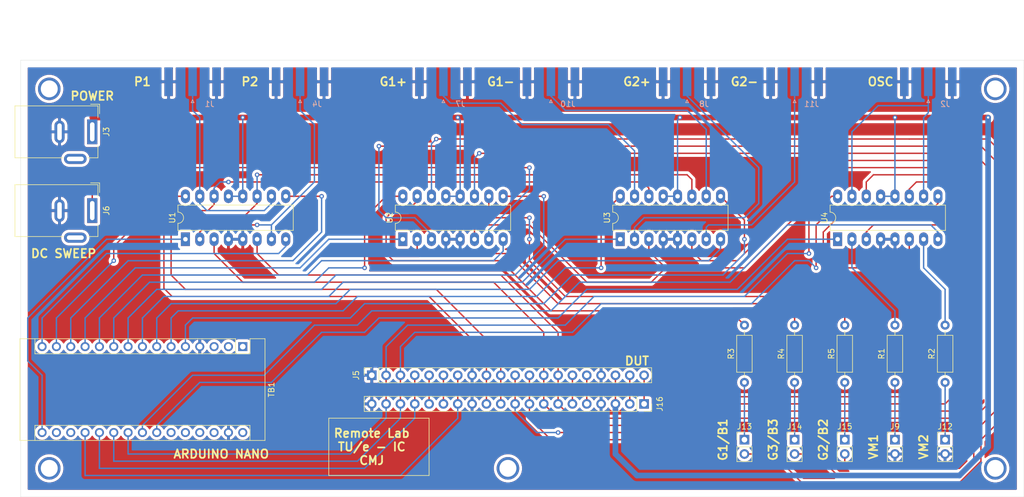
<source format=kicad_pcb>
(kicad_pcb (version 20171130) (host pcbnew "(5.1.9)-1")
  (layers (0 F.Cu signal) (31 B.Cu signal) (34 B.Paste user) (35 F.Paste user) (36 B.SilkS user) (37 F.SilkS user) (38 B.Mask user) (39 F.Mask user) (44 Edge.Cuts user))
  (net 0 "")
  (net 1 /SMA1)
  (net 2 GND)
  (net 3 /SMA3)
  (net 4 /POW1)
  (net 5 /SMA2)
  (net 6 /POW2)
  (net 7 /K8)
  (net 8 /KA)
  (net 9 "Net-(J9-Pad1)")
  (net 10 /K9)
  (net 11 /KB)
  (net 12 "Net-(J12-Pad1)")
  (net 13 "Net-(J13-Pad1)")
  (net 14 "Net-(J14-Pad1)")
  (net 15 "Net-(J15-Pad1)")
  (net 16 /_CS)
  (net 17 /RV1)
  (net 18 /RV2)
  (net 19 /_SD)
  (net 20 /RV3)
  (net 21 /RV4)
  (net 22 +5V)
  (net 23 /RV5)
  (net 24 /RV6)
  (net 25 /KC)
  (net 26 /KD)
  (net 27 /B1)
  (net 28 /B3)
  (net 29 /B2)
  (net 30 "Net-(TB1-Pad30)")
  (net 31 "Net-(TB1-Pad28)")
  (net 32 "Net-(TB1-Pad26)")
  (net 33 "Net-(TB1-Pad25)")
  (net 34 "Net-(TB1-Pad18)")
  (net 35 "Net-(TB1-Pad2)")
  (net 36 "Net-(TB1-Pad17)")
  (net 37 "Net-(TB1-Pad1)")
  (net 38 /K0)
  (net 39 /K5)
  (net 40 /K1)
  (net 41 /K4)
  (net 42 /G1)
  (net 43 /K2)
  (net 44 /G2)
  (net 45 /G3)
  (net 46 /K3)
  (net 47 /U1IN1)
  (net 48 /U1IN4)
  (net 49 /U1IN2)
  (net 50 /U1IN3)
  (net 51 /U2IN1)
  (net 52 /U2IN4)
  (net 53 /U2IN2)
  (net 54 /U2IN3)
  (net 55 /U4IN1)
  (net 56 /U3IN1)
  (net 57 /U4IN4)
  (net 58 /U3IN4)
  (net 59 /U4IN2-CLK)
  (net 60 /U3IN2)
  (net 61 /U4IN3-DIN)
  (net 62 /U3IN3)
  (module Connector_PinSocket_2.54mm:PinSocket_1x20_P2.54mm_Vertical (layer F.Cu) (at 184.15 106.68 270)
    (fp_text reference J16 (at 0 -2.77 90) (layer F.SilkS))
    (fp_text value Conn_01x20)
    (pad 20 thru_hole oval (at 0 48.26 270) (size 1.7 1.7) (drill 1) (layers *.Cu *.Mask) (net 2 GND))
    (pad 19 thru_hole oval (at 0 45.72 270) (size 1.7 1.7) (drill 1) (layers *.Cu *.Mask) (net 59 /U4IN2-CLK))
    (pad 18 thru_hole oval (at 0 43.18 270) (size 1.7 1.7) (drill 1) (layers *.Cu *.Mask) (net 61 /U4IN3-DIN))
    (pad 17 thru_hole oval (at 0 40.64 270) (size 1.7 1.7) (drill 1) (layers *.Cu *.Mask) (net 16 /_CS))
    (pad 16 thru_hole oval (at 0 38.1 270) (size 1.7 1.7) (drill 1) (layers *.Cu *.Mask) (net 17 /RV1))
    (pad 15 thru_hole oval (at 0 35.56 270) (size 1.7 1.7) (drill 1) (layers *.Cu *.Mask) (net 18 /RV2))
    (pad 14 thru_hole oval (at 0 33.02 270) (size 1.7 1.7) (drill 1) (layers *.Cu *.Mask) (net 19 /_SD))
    (pad 13 thru_hole oval (at 0 30.48 270) (size 1.7 1.7) (drill 1) (layers *.Cu *.Mask) (net 2 GND))
    (pad 12 thru_hole oval (at 0 27.94 270) (size 1.7 1.7) (drill 1) (layers *.Cu *.Mask) (net 38 /K0))
    (pad 11 thru_hole oval (at 0 25.4 270) (size 1.7 1.7) (drill 1) (layers *.Cu *.Mask) (net 40 /K1))
    (pad 10 thru_hole oval (at 0 22.86 270) (size 1.7 1.7) (drill 1) (layers *.Cu *.Mask) (net 43 /K2))
    (pad 9 thru_hole oval (at 0 20.32 270) (size 1.7 1.7) (drill 1) (layers *.Cu *.Mask) (net 46 /K3))
    (pad 8 thru_hole oval (at 0 17.78 270) (size 1.7 1.7) (drill 1) (layers *.Cu *.Mask) (net 41 /K4))
    (pad 7 thru_hole oval (at 0 15.24 270) (size 1.7 1.7) (drill 1) (layers *.Cu *.Mask) (net 39 /K5))
    (pad 6 thru_hole oval (at 0 12.7 270) (size 1.7 1.7) (drill 1) (layers *.Cu *.Mask) (net 20 /RV3))
    (pad 5 thru_hole oval (at 0 10.16 270) (size 1.7 1.7) (drill 1) (layers *.Cu *.Mask) (net 21 /RV4))
    (pad 4 thru_hole oval (at 0 7.62 270) (size 1.7 1.7) (drill 1) (layers *.Cu *.Mask) (net 2 GND))
    (pad 3 thru_hole oval (at 0 5.08 270) (size 1.7 1.7) (drill 1) (layers *.Cu *.Mask) (net 4 /POW1))
    (pad 2 thru_hole oval (at 0 2.54 270) (size 1.7 1.7) (drill 1) (layers *.Cu *.Mask) (net 23 /RV5))
    (pad 1 thru_hole rect (at 0 0 270) (size 1.7 1.7) (drill 1) (layers *.Cu *.Mask) (net 24 /RV6))
  )
  (module Connector_PinSocket_2.54mm:PinSocket_1x20_P2.54mm_Vertical (layer F.Cu) (at 135.89 101.6 90)
    (fp_text reference J5 (at 0 -2.77 90) (layer F.SilkS))
    (fp_text value Conn_01x20)
    (pad 20 thru_hole oval (at 0 48.26 90) (size 1.7 1.7) (drill 1) (layers *.Cu *.Mask) (net 24 /RV6))
    (pad 19 thru_hole oval (at 0 45.72 90) (size 1.7 1.7) (drill 1) (layers *.Cu *.Mask) (net 23 /RV5))
    (pad 18 thru_hole oval (at 0 43.18 90) (size 1.7 1.7) (drill 1) (layers *.Cu *.Mask) (net 4 /POW1))
    (pad 17 thru_hole oval (at 0 40.64 90) (size 1.7 1.7) (drill 1) (layers *.Cu *.Mask) (net 2 GND))
    (pad 16 thru_hole oval (at 0 38.1 90) (size 1.7 1.7) (drill 1) (layers *.Cu *.Mask) (net 21 /RV4))
    (pad 15 thru_hole oval (at 0 35.56 90) (size 1.7 1.7) (drill 1) (layers *.Cu *.Mask) (net 20 /RV3))
    (pad 14 thru_hole oval (at 0 33.02 90) (size 1.7 1.7) (drill 1) (layers *.Cu *.Mask) (net 39 /K5))
    (pad 13 thru_hole oval (at 0 30.48 90) (size 1.7 1.7) (drill 1) (layers *.Cu *.Mask) (net 41 /K4))
    (pad 12 thru_hole oval (at 0 27.94 90) (size 1.7 1.7) (drill 1) (layers *.Cu *.Mask) (net 46 /K3))
    (pad 11 thru_hole oval (at 0 25.4 90) (size 1.7 1.7) (drill 1) (layers *.Cu *.Mask) (net 43 /K2))
    (pad 10 thru_hole oval (at 0 22.86 90) (size 1.7 1.7) (drill 1) (layers *.Cu *.Mask) (net 40 /K1))
    (pad 9 thru_hole oval (at 0 20.32 90) (size 1.7 1.7) (drill 1) (layers *.Cu *.Mask) (net 38 /K0))
    (pad 8 thru_hole oval (at 0 17.78 90) (size 1.7 1.7) (drill 1) (layers *.Cu *.Mask) (net 2 GND))
    (pad 7 thru_hole oval (at 0 15.24 90) (size 1.7 1.7) (drill 1) (layers *.Cu *.Mask) (net 19 /_SD))
    (pad 6 thru_hole oval (at 0 12.7 90) (size 1.7 1.7) (drill 1) (layers *.Cu *.Mask) (net 18 /RV2))
    (pad 5 thru_hole oval (at 0 10.16 90) (size 1.7 1.7) (drill 1) (layers *.Cu *.Mask) (net 17 /RV1))
    (pad 4 thru_hole oval (at 0 7.62 90) (size 1.7 1.7) (drill 1) (layers *.Cu *.Mask) (net 16 /_CS))
    (pad 3 thru_hole oval (at 0 5.08 90) (size 1.7 1.7) (drill 1) (layers *.Cu *.Mask) (net 61 /U4IN3-DIN))
    (pad 2 thru_hole oval (at 0 2.54 90) (size 1.7 1.7) (drill 1) (layers *.Cu *.Mask) (net 59 /U4IN2-CLK))
    (pad 1 thru_hole rect (at 0 0 90) (size 1.7 1.7) (drill 1) (layers *.Cu *.Mask) (net 2 GND))
  )
  (module Connector_Coaxial:SMA_Amphenol_132289_EdgeMount (layer B.Cu) (at 148.59 49.53 90)
    (fp_text reference J7 (at -3.96 3) (layer B.SilkS) (effects (justify mirror)))
    (fp_text value Conn_Coaxial)
    (pad 1 smd rect (at 0 0) (size 1.5 5.08) (layers B.Cu B.Paste B.Mask) (net 7 /K8))
    (pad 2 smd rect (at 0 4.25) (size 1.5 5.08) (layers B.Cu B.Paste B.Mask) (net 2 GND))
    (pad 2 smd rect (at 0 -4.25) (size 1.5 5.08) (layers B.Cu B.Paste B.Mask) (net 2 GND))
    (pad 2 smd rect (at 0 4.25) (size 1.5 5.08) (layers F.Cu F.Paste F.Mask) (net 2 GND))
    (pad 2 smd rect (at 0 -4.25) (size 1.5 5.08) (layers F.Cu F.Paste F.Mask) (net 2 GND))
  )
  (module Resistor_THT:R_Axial_DIN0207_L6.3mm_D2.5mm_P10.16mm_Horizontal (layer F.Cu) (at 201.93 102.87 90)
    (fp_text reference R3 (at 5.08 -2.37 90) (layer F.SilkS))
    (fp_text value 100k)
    (pad 2 thru_hole oval (at 10.16 0 90) (size 1.6 1.6) (drill 0.8) (layers *.Cu *.Mask) (net 27 /B1))
    (pad 1 thru_hole circle (at 0 0 90) (size 1.6 1.6) (drill 0.8) (layers *.Cu *.Mask) (net 13 "Net-(J13-Pad1)"))
  )
  (module Resistor_THT:R_Axial_DIN0207_L6.3mm_D2.5mm_P10.16mm_Horizontal (layer F.Cu) (at 237.49 102.87 90)
    (fp_text reference R2 (at 5.08 -2.37 90) (layer F.SilkS))
    (fp_text value 100k)
    (pad 2 thru_hole oval (at 10.16 0 90) (size 1.6 1.6) (drill 0.8) (layers *.Cu *.Mask) (net 26 /KD))
    (pad 1 thru_hole circle (at 0 0 90) (size 1.6 1.6) (drill 0.8) (layers *.Cu *.Mask) (net 12 "Net-(J12-Pad1)"))
  )
  (module Package_DIP:DIP-16_W7.62mm_LongPads (layer F.Cu) (at 218.44 77.47 90)
    (fp_text reference U4 (at 3.81 -2.33 90) (layer F.SilkS))
    (fp_text value MAX4679EPE)
    (pad 16 thru_hole oval (at 7.62 0 90) (size 2.4 1.6) (drill 0.8) (layers *.Cu *.Mask) (net 59 /U4IN2-CLK))
    (pad 8 thru_hole oval (at 0 17.78 90) (size 2.4 1.6) (drill 0.8) (layers *.Cu *.Mask) (net 57 /U4IN4))
    (pad 15 thru_hole oval (at 7.62 2.54 90) (size 2.4 1.6) (drill 0.8) (layers *.Cu *.Mask) (net 3 /SMA3))
    (pad 7 thru_hole oval (at 0 15.24 90) (size 2.4 1.6) (drill 0.8) (layers *.Cu *.Mask) (net 26 /KD))
    (pad 14 thru_hole oval (at 7.62 5.08 90) (size 2.4 1.6) (drill 0.8) (layers *.Cu *.Mask) (net 41 /K4))
    (pad 6 thru_hole oval (at 0 12.7 90) (size 2.4 1.6) (drill 0.8) (layers *.Cu *.Mask) (net 39 /K5))
    (pad 13 thru_hole oval (at 7.62 7.62 90) (size 2.4 1.6) (drill 0.8) (layers *.Cu *.Mask) (net 4 /POW1))
    (pad 5 thru_hole oval (at 0 10.16 90) (size 2.4 1.6) (drill 0.8) (layers *.Cu *.Mask) (net 2 GND))
    (pad 12 thru_hole oval (at 7.62 10.16 90) (size 2.4 1.6) (drill 0.8) (layers *.Cu *.Mask) (net 4 /POW1))
    (pad 4 thru_hole oval (at 0 7.62 90) (size 2.4 1.6) (drill 0.8) (layers *.Cu *.Mask) (net 2 GND))
    (pad 11 thru_hole oval (at 7.62 12.7 90) (size 2.4 1.6) (drill 0.8) (layers *.Cu *.Mask) (net 39 /K5))
    (pad 3 thru_hole oval (at 0 5.08 90) (size 2.4 1.6) (drill 0.8) (layers *.Cu *.Mask) (net 41 /K4))
    (pad 10 thru_hole oval (at 7.62 15.24 90) (size 2.4 1.6) (drill 0.8) (layers *.Cu *.Mask) (net 3 /SMA3))
    (pad 2 thru_hole oval (at 0 2.54 90) (size 2.4 1.6) (drill 0.8) (layers *.Cu *.Mask) (net 25 /KC))
    (pad 9 thru_hole oval (at 7.62 17.78 90) (size 2.4 1.6) (drill 0.8) (layers *.Cu *.Mask) (net 61 /U4IN3-DIN))
    (pad 1 thru_hole rect (at 0 0 90) (size 2.4 1.6) (drill 0.8) (layers *.Cu *.Mask) (net 55 /U4IN1))
  )
  (module Package_DIP:DIP-16_W7.62mm_LongPads (layer F.Cu) (at 179.916666 77.47 90)
    (fp_text reference U3 (at 3.81 -2.33 90) (layer F.SilkS))
    (fp_text value MAX4679EPE)
    (pad 16 thru_hole oval (at 7.62 0 90) (size 2.4 1.6) (drill 0.8) (layers *.Cu *.Mask) (net 60 /U3IN2))
    (pad 8 thru_hole oval (at 0 17.78 90) (size 2.4 1.6) (drill 0.8) (layers *.Cu *.Mask) (net 58 /U3IN4))
    (pad 15 thru_hole oval (at 7.62 2.54 90) (size 2.4 1.6) (drill 0.8) (layers *.Cu *.Mask) (net 7 /K8))
    (pad 7 thru_hole oval (at 0 15.24 90) (size 2.4 1.6) (drill 0.8) (layers *.Cu *.Mask) (net 11 /KB))
    (pad 14 thru_hole oval (at 7.62 5.08 90) (size 2.4 1.6) (drill 0.8) (layers *.Cu *.Mask) (net 38 /K0))
    (pad 6 thru_hole oval (at 0 12.7 90) (size 2.4 1.6) (drill 0.8) (layers *.Cu *.Mask) (net 46 /K3))
    (pad 13 thru_hole oval (at 7.62 7.62 90) (size 2.4 1.6) (drill 0.8) (layers *.Cu *.Mask) (net 4 /POW1))
    (pad 5 thru_hole oval (at 0 10.16 90) (size 2.4 1.6) (drill 0.8) (layers *.Cu *.Mask) (net 2 GND))
    (pad 12 thru_hole oval (at 7.62 10.16 90) (size 2.4 1.6) (drill 0.8) (layers *.Cu *.Mask) (net 4 /POW1))
    (pad 4 thru_hole oval (at 0 7.62 90) (size 2.4 1.6) (drill 0.8) (layers *.Cu *.Mask) (net 2 GND))
    (pad 11 thru_hole oval (at 7.62 12.7 90) (size 2.4 1.6) (drill 0.8) (layers *.Cu *.Mask) (net 40 /K1))
    (pad 3 thru_hole oval (at 0 5.08 90) (size 2.4 1.6) (drill 0.8) (layers *.Cu *.Mask) (net 43 /K2))
    (pad 10 thru_hole oval (at 7.62 15.24 90) (size 2.4 1.6) (drill 0.8) (layers *.Cu *.Mask) (net 10 /K9))
    (pad 2 thru_hole oval (at 0 2.54 90) (size 2.4 1.6) (drill 0.8) (layers *.Cu *.Mask) (net 8 /KA))
    (pad 9 thru_hole oval (at 7.62 17.78 90) (size 2.4 1.6) (drill 0.8) (layers *.Cu *.Mask) (net 62 /U3IN3))
    (pad 1 thru_hole rect (at 0 0 90) (size 2.4 1.6) (drill 0.8) (layers *.Cu *.Mask) (net 56 /U3IN1))
  )
  (module Resistor_THT:R_Axial_DIN0207_L6.3mm_D2.5mm_P10.16mm_Horizontal (layer F.Cu) (at 210.82 102.87 90)
    (fp_text reference R4 (at 5.08 -2.37 90) (layer F.SilkS))
    (fp_text value 100k)
    (pad 1 thru_hole circle (at 0 0 90) (size 1.6 1.6) (drill 0.8) (layers *.Cu *.Mask) (net 14 "Net-(J14-Pad1)"))
    (pad 2 thru_hole oval (at 10.16 0 90) (size 1.6 1.6) (drill 0.8) (layers *.Cu *.Mask) (net 28 /B3))
  )
  (module Resistor_THT:R_Axial_DIN0207_L6.3mm_D2.5mm_P10.16mm_Horizontal (layer F.Cu) (at 219.71 102.87 90)
    (fp_text reference R5 (at 5.08 -2.37 90) (layer F.SilkS))
    (fp_text value 100k)
    (pad 1 thru_hole circle (at 0 0 90) (size 1.6 1.6) (drill 0.8) (layers *.Cu *.Mask) (net 15 "Net-(J15-Pad1)"))
    (pad 2 thru_hole oval (at 10.16 0 90) (size 1.6 1.6) (drill 0.8) (layers *.Cu *.Mask) (net 29 /B2))
  )
  (module Package_DIP:DIP-16_W7.62mm_LongPads (layer F.Cu) (at 141.393333 77.47 90)
    (fp_text reference U2 (at 3.81 -2.33 90) (layer F.SilkS))
    (fp_text value MAX4679EPE)
    (pad 16 thru_hole oval (at 7.62 0 90) (size 2.4 1.6) (drill 0.8) (layers *.Cu *.Mask) (net 53 /U2IN2))
    (pad 8 thru_hole oval (at 0 17.78 90) (size 2.4 1.6) (drill 0.8) (layers *.Cu *.Mask) (net 52 /U2IN4))
    (pad 15 thru_hole oval (at 7.62 2.54 90) (size 2.4 1.6) (drill 0.8) (layers *.Cu *.Mask) (net 27 /B1))
    (pad 7 thru_hole oval (at 0 15.24 90) (size 2.4 1.6) (drill 0.8) (layers *.Cu *.Mask) (net 6 /POW2))
    (pad 14 thru_hole oval (at 7.62 5.08 90) (size 2.4 1.6) (drill 0.8) (layers *.Cu *.Mask) (net 42 /G1))
    (pad 6 thru_hole oval (at 0 12.7 90) (size 2.4 1.6) (drill 0.8) (layers *.Cu *.Mask) (net 43 /K2))
    (pad 13 thru_hole oval (at 7.62 7.62 90) (size 2.4 1.6) (drill 0.8) (layers *.Cu *.Mask) (net 4 /POW1))
    (pad 5 thru_hole oval (at 0 10.16 90) (size 2.4 1.6) (drill 0.8) (layers *.Cu *.Mask) (net 2 GND))
    (pad 12 thru_hole oval (at 7.62 10.16 90) (size 2.4 1.6) (drill 0.8) (layers *.Cu *.Mask) (net 4 /POW1))
    (pad 4 thru_hole oval (at 0 7.62 90) (size 2.4 1.6) (drill 0.8) (layers *.Cu *.Mask) (net 2 GND))
    (pad 11 thru_hole oval (at 7.62 12.7 90) (size 2.4 1.6) (drill 0.8) (layers *.Cu *.Mask) (net 44 /G2))
    (pad 3 thru_hole oval (at 0 5.08 90) (size 2.4 1.6) (drill 0.8) (layers *.Cu *.Mask) (net 45 /G3))
    (pad 10 thru_hole oval (at 7.62 15.24 90) (size 2.4 1.6) (drill 0.8) (layers *.Cu *.Mask) (net 29 /B2))
    (pad 2 thru_hole oval (at 0 2.54 90) (size 2.4 1.6) (drill 0.8) (layers *.Cu *.Mask) (net 28 /B3))
    (pad 9 thru_hole oval (at 7.62 17.78 90) (size 2.4 1.6) (drill 0.8) (layers *.Cu *.Mask) (net 54 /U2IN3))
    (pad 1 thru_hole rect (at 0 0 90) (size 2.4 1.6) (drill 0.8) (layers *.Cu *.Mask) (net 51 /U2IN1))
  )
  (module Package_DIP:DIP-16_W7.62mm_LongPads (layer F.Cu) (at 102.87 77.47 90)
    (fp_text reference U1 (at 3.81 -2.33 90) (layer F.SilkS))
    (fp_text value MAX4679EPE)
    (pad 16 thru_hole oval (at 7.62 0 90) (size 2.4 1.6) (drill 0.8) (layers *.Cu *.Mask) (net 49 /U1IN2))
    (pad 8 thru_hole oval (at 0 17.78 90) (size 2.4 1.6) (drill 0.8) (layers *.Cu *.Mask) (net 48 /U1IN4))
    (pad 15 thru_hole oval (at 7.62 2.54 90) (size 2.4 1.6) (drill 0.8) (layers *.Cu *.Mask) (net 1 /SMA1))
    (pad 7 thru_hole oval (at 0 15.24 90) (size 2.4 1.6) (drill 0.8) (layers *.Cu *.Mask) (net 5 /SMA2))
    (pad 14 thru_hole oval (at 7.62 5.08 90) (size 2.4 1.6) (drill 0.8) (layers *.Cu *.Mask) (net 38 /K0))
    (pad 6 thru_hole oval (at 0 12.7 90) (size 2.4 1.6) (drill 0.8) (layers *.Cu *.Mask) (net 39 /K5))
    (pad 13 thru_hole oval (at 7.62 7.62 90) (size 2.4 1.6) (drill 0.8) (layers *.Cu *.Mask) (net 4 /POW1))
    (pad 5 thru_hole oval (at 0 10.16 90) (size 2.4 1.6) (drill 0.8) (layers *.Cu *.Mask) (net 2 GND))
    (pad 12 thru_hole oval (at 7.62 10.16 90) (size 2.4 1.6) (drill 0.8) (layers *.Cu *.Mask) (net 4 /POW1))
    (pad 4 thru_hole oval (at 0 7.62 90) (size 2.4 1.6) (drill 0.8) (layers *.Cu *.Mask) (net 2 GND))
    (pad 11 thru_hole oval (at 7.62 12.7 90) (size 2.4 1.6) (drill 0.8) (layers *.Cu *.Mask) (net 40 /K1))
    (pad 3 thru_hole oval (at 0 5.08 90) (size 2.4 1.6) (drill 0.8) (layers *.Cu *.Mask) (net 41 /K4))
    (pad 10 thru_hole oval (at 7.62 15.24 90) (size 2.4 1.6) (drill 0.8) (layers *.Cu *.Mask) (net 1 /SMA1))
    (pad 2 thru_hole oval (at 0 2.54 90) (size 2.4 1.6) (drill 0.8) (layers *.Cu *.Mask) (net 5 /SMA2))
    (pad 9 thru_hole oval (at 7.62 17.78 90) (size 2.4 1.6) (drill 0.8) (layers *.Cu *.Mask) (net 50 /U1IN3))
    (pad 1 thru_hole rect (at 0 0 90) (size 2.4 1.6) (drill 0.8) (layers *.Cu *.Mask) (net 47 /U1IN1))
  )
  (module Module:Arduino_Nano (layer F.Cu) (at 113.03 96.52 270)
    (fp_text reference TB1 (at 7.62 -5.08 90) (layer F.SilkS))
    (fp_text value ARDUINO_NANO)
    (pad 16 thru_hole oval (at 15.24 35.56 270) (size 1.6 1.6) (drill 1) (layers *.Cu *.Mask) (net 47 /U1IN1))
    (pad 15 thru_hole oval (at 0 35.56 270) (size 1.6 1.6) (drill 1) (layers *.Cu *.Mask) (net 48 /U1IN4))
    (pad 30 thru_hole oval (at 15.24 0 270) (size 1.6 1.6) (drill 1) (layers *.Cu *.Mask) (net 30 "Net-(TB1-Pad30)"))
    (pad 14 thru_hole oval (at 0 33.02 270) (size 1.6 1.6) (drill 1) (layers *.Cu *.Mask) (net 49 /U1IN2))
    (pad 29 thru_hole oval (at 15.24 2.54 270) (size 1.6 1.6) (drill 1) (layers *.Cu *.Mask) (net 2 GND))
    (pad 13 thru_hole oval (at 0 30.48 270) (size 1.6 1.6) (drill 1) (layers *.Cu *.Mask) (net 50 /U1IN3))
    (pad 28 thru_hole oval (at 15.24 5.08 270) (size 1.6 1.6) (drill 1) (layers *.Cu *.Mask) (net 31 "Net-(TB1-Pad28)"))
    (pad 12 thru_hole oval (at 0 27.94 270) (size 1.6 1.6) (drill 1) (layers *.Cu *.Mask) (net 51 /U2IN1))
    (pad 27 thru_hole oval (at 15.24 7.62 270) (size 1.6 1.6) (drill 1) (layers *.Cu *.Mask) (net 22 +5V))
    (pad 11 thru_hole oval (at 0 25.4 270) (size 1.6 1.6) (drill 1) (layers *.Cu *.Mask) (net 52 /U2IN4))
    (pad 26 thru_hole oval (at 15.24 10.16 270) (size 1.6 1.6) (drill 1) (layers *.Cu *.Mask) (net 32 "Net-(TB1-Pad26)"))
    (pad 10 thru_hole oval (at 0 22.86 270) (size 1.6 1.6) (drill 1) (layers *.Cu *.Mask) (net 53 /U2IN2))
    (pad 25 thru_hole oval (at 15.24 12.7 270) (size 1.6 1.6) (drill 1) (layers *.Cu *.Mask) (net 33 "Net-(TB1-Pad25)"))
    (pad 9 thru_hole oval (at 0 20.32 270) (size 1.6 1.6) (drill 1) (layers *.Cu *.Mask) (net 54 /U2IN3))
    (pad 24 thru_hole oval (at 15.24 15.24 270) (size 1.6 1.6) (drill 1) (layers *.Cu *.Mask) (net 55 /U4IN1))
    (pad 8 thru_hole oval (at 0 17.78 270) (size 1.6 1.6) (drill 1) (layers *.Cu *.Mask) (net 56 /U3IN1))
    (pad 23 thru_hole oval (at 15.24 17.78 270) (size 1.6 1.6) (drill 1) (layers *.Cu *.Mask) (net 57 /U4IN4))
    (pad 7 thru_hole oval (at 0 15.24 270) (size 1.6 1.6) (drill 1) (layers *.Cu *.Mask) (net 58 /U3IN4))
    (pad 22 thru_hole oval (at 15.24 20.32 270) (size 1.6 1.6) (drill 1) (layers *.Cu *.Mask) (net 59 /U4IN2-CLK))
    (pad 6 thru_hole oval (at 0 12.7 270) (size 1.6 1.6) (drill 1) (layers *.Cu *.Mask) (net 60 /U3IN2))
    (pad 21 thru_hole oval (at 15.24 22.86 270) (size 1.6 1.6) (drill 1) (layers *.Cu *.Mask) (net 61 /U4IN3-DIN))
    (pad 5 thru_hole oval (at 0 10.16 270) (size 1.6 1.6) (drill 1) (layers *.Cu *.Mask) (net 62 /U3IN3))
    (pad 20 thru_hole oval (at 15.24 25.4 270) (size 1.6 1.6) (drill 1) (layers *.Cu *.Mask) (net 16 /_CS))
    (pad 4 thru_hole oval (at 0 7.62 270) (size 1.6 1.6) (drill 1) (layers *.Cu *.Mask) (net 2 GND))
    (pad 19 thru_hole oval (at 15.24 27.94 270) (size 1.6 1.6) (drill 1) (layers *.Cu *.Mask) (net 19 /_SD))
    (pad 3 thru_hole oval (at 0 5.08 270) (size 1.6 1.6) (drill 1) (layers *.Cu *.Mask) (net 31 "Net-(TB1-Pad28)"))
    (pad 18 thru_hole oval (at 15.24 30.48 270) (size 1.6 1.6) (drill 1) (layers *.Cu *.Mask) (net 34 "Net-(TB1-Pad18)"))
    (pad 2 thru_hole oval (at 0 2.54 270) (size 1.6 1.6) (drill 1) (layers *.Cu *.Mask) (net 35 "Net-(TB1-Pad2)"))
    (pad 17 thru_hole oval (at 15.24 33.02 270) (size 1.6 1.6) (drill 1) (layers *.Cu *.Mask) (net 36 "Net-(TB1-Pad17)"))
    (pad 1 thru_hole rect (at 0 0 270) (size 1.6 1.6) (drill 1) (layers *.Cu *.Mask) (net 37 "Net-(TB1-Pad1)"))
  )
  (module Resistor_THT:R_Axial_DIN0207_L6.3mm_D2.5mm_P10.16mm_Horizontal (layer F.Cu) (at 228.6 102.87 90)
    (fp_text reference R1 (at 5.08 -2.37 90) (layer F.SilkS))
    (fp_text value 100k)
    (pad 2 thru_hole oval (at 10.16 0 90) (size 1.6 1.6) (drill 0.8) (layers *.Cu *.Mask) (net 25 /KC))
    (pad 1 thru_hole circle (at 0 0 90) (size 1.6 1.6) (drill 0.8) (layers *.Cu *.Mask) (net 9 "Net-(J9-Pad1)"))
  )
  (module Connector_PinHeader_2.54mm:PinHeader_1x02_P2.54mm_Vertical (layer F.Cu) (at 219.71 113.03)
    (fp_text reference J15 (at 0 -2.33) (layer F.SilkS))
    (fp_text value 1x2_Male)
    (pad 2 thru_hole oval (at 0 2.54) (size 1.7 1.7) (drill 1) (layers *.Cu *.Mask) (net 44 /G2))
    (pad 1 thru_hole rect (at 0 0) (size 1.7 1.7) (drill 1) (layers *.Cu *.Mask) (net 15 "Net-(J15-Pad1)"))
  )
  (module Connector_PinHeader_2.54mm:PinHeader_1x02_P2.54mm_Vertical (layer F.Cu) (at 210.82 113.03)
    (fp_text reference J14 (at 0 -2.33) (layer F.SilkS))
    (fp_text value 1x2_Male)
    (pad 2 thru_hole oval (at 0 2.54) (size 1.7 1.7) (drill 1) (layers *.Cu *.Mask) (net 45 /G3))
    (pad 1 thru_hole rect (at 0 0) (size 1.7 1.7) (drill 1) (layers *.Cu *.Mask) (net 14 "Net-(J14-Pad1)"))
  )
  (module Connector_PinHeader_2.54mm:PinHeader_1x02_P2.54mm_Vertical (layer F.Cu) (at 201.93 113.03)
    (fp_text reference J13 (at 0 -2.33) (layer F.SilkS))
    (fp_text value 1x2_Male)
    (pad 2 thru_hole oval (at 0 2.54) (size 1.7 1.7) (drill 1) (layers *.Cu *.Mask) (net 42 /G1))
    (pad 1 thru_hole rect (at 0 0) (size 1.7 1.7) (drill 1) (layers *.Cu *.Mask) (net 13 "Net-(J13-Pad1)"))
  )
  (module Connector_PinHeader_2.54mm:PinHeader_1x02_P2.54mm_Vertical (layer F.Cu) (at 237.49 113.03)
    (fp_text reference J12 (at 0 -2.33) (layer F.SilkS))
    (fp_text value 1x2_Male)
    (pad 2 thru_hole oval (at 0 2.54) (size 1.7 1.7) (drill 1) (layers *.Cu *.Mask) (net 2 GND))
    (pad 1 thru_hole rect (at 0 0) (size 1.7 1.7) (drill 1) (layers *.Cu *.Mask) (net 12 "Net-(J12-Pad1)"))
  )
  (module Connector_Coaxial:SMA_Amphenol_132289_EdgeMount (layer B.Cu) (at 210.82 49.53 90)
    (fp_text reference J11 (at -3.96 3) (layer B.SilkS) (effects (justify mirror)))
    (fp_text value Conn_Coaxial)
    (pad 1 smd rect (at 0 0) (size 1.5 5.08) (layers B.Cu B.Paste B.Mask) (net 11 /KB))
    (pad 2 smd rect (at 0 4.25) (size 1.5 5.08) (layers B.Cu B.Paste B.Mask) (net 2 GND))
    (pad 2 smd rect (at 0 -4.25) (size 1.5 5.08) (layers B.Cu B.Paste B.Mask) (net 2 GND))
    (pad 2 smd rect (at 0 4.25) (size 1.5 5.08) (layers F.Cu F.Paste F.Mask) (net 2 GND))
    (pad 2 smd rect (at 0 -4.25) (size 1.5 5.08) (layers F.Cu F.Paste F.Mask) (net 2 GND))
  )
  (module Connector_Coaxial:SMA_Amphenol_132289_EdgeMount (layer B.Cu) (at 167.64 49.53 90)
    (fp_text reference J10 (at -3.96 3) (layer B.SilkS) (effects (justify mirror)))
    (fp_text value Conn_Coaxial)
    (pad 1 smd rect (at 0 0) (size 1.5 5.08) (layers B.Cu B.Paste B.Mask) (net 10 /K9))
    (pad 2 smd rect (at 0 4.25) (size 1.5 5.08) (layers B.Cu B.Paste B.Mask) (net 2 GND))
    (pad 2 smd rect (at 0 -4.25) (size 1.5 5.08) (layers B.Cu B.Paste B.Mask) (net 2 GND))
    (pad 2 smd rect (at 0 4.25) (size 1.5 5.08) (layers F.Cu F.Paste F.Mask) (net 2 GND))
    (pad 2 smd rect (at 0 -4.25) (size 1.5 5.08) (layers F.Cu F.Paste F.Mask) (net 2 GND))
  )
  (module Connector_PinHeader_2.54mm:PinHeader_1x02_P2.54mm_Vertical (layer F.Cu) (at 228.6 113.03)
    (fp_text reference J9 (at 0 -2.33) (layer F.SilkS))
    (fp_text value 1x2_Male)
    (pad 2 thru_hole oval (at 0 2.54) (size 1.7 1.7) (drill 1) (layers *.Cu *.Mask) (net 2 GND))
    (pad 1 thru_hole rect (at 0 0) (size 1.7 1.7) (drill 1) (layers *.Cu *.Mask) (net 9 "Net-(J9-Pad1)"))
  )
  (module Connector_Coaxial:SMA_Amphenol_132289_EdgeMount (layer B.Cu) (at 191.77 49.53 90)
    (fp_text reference J8 (at -3.96 3) (layer B.SilkS) (effects (justify mirror)))
    (fp_text value Conn_Coaxial)
    (pad 1 smd rect (at 0 0) (size 1.5 5.08) (layers B.Cu B.Paste B.Mask) (net 8 /KA))
    (pad 2 smd rect (at 0 4.25) (size 1.5 5.08) (layers B.Cu B.Paste B.Mask) (net 2 GND))
    (pad 2 smd rect (at 0 -4.25) (size 1.5 5.08) (layers B.Cu B.Paste B.Mask) (net 2 GND))
    (pad 2 smd rect (at 0 4.25) (size 1.5 5.08) (layers F.Cu F.Paste F.Mask) (net 2 GND))
    (pad 2 smd rect (at 0 -4.25) (size 1.5 5.08) (layers F.Cu F.Paste F.Mask) (net 2 GND))
  )
  (module Connector_BarrelJack:BarrelJack_Wuerth_6941xx301002 (layer F.Cu) (at 86.36 72.39 270)
    (fp_text reference J6 (at 0 -2.5 90) (layer F.SilkS))
    (fp_text value Jack-DC)
    (pad 1 thru_hole rect (at 0 0 270) (size 4.4 1.8) (drill oval 3.4 0.8) (layers *.Cu *.Mask) (net 6 /POW2))
    (pad 2 thru_hole oval (at 0 5.8 270) (size 4 1.8) (drill oval 3 0.8) (layers *.Cu *.Mask) (net 2 GND))
    (pad 3 thru_hole oval (at 4.8 3) (size 4 1.8) (drill oval 3 0.8) (layers *.Cu *.Mask))
  )
  (module Connector_Coaxial:SMA_Amphenol_132289_EdgeMount (layer B.Cu) (at 123.19 49.53 90)
    (fp_text reference J4 (at -3.96 3) (layer B.SilkS) (effects (justify mirror)))
    (fp_text value Conn_Coaxial)
    (pad 1 smd rect (at 0 0) (size 1.5 5.08) (layers B.Cu B.Paste B.Mask) (net 5 /SMA2))
    (pad 2 smd rect (at 0 4.25) (size 1.5 5.08) (layers B.Cu B.Paste B.Mask) (net 2 GND))
    (pad 2 smd rect (at 0 -4.25) (size 1.5 5.08) (layers B.Cu B.Paste B.Mask) (net 2 GND))
    (pad 2 smd rect (at 0 4.25) (size 1.5 5.08) (layers F.Cu F.Paste F.Mask) (net 2 GND))
    (pad 2 smd rect (at 0 -4.25) (size 1.5 5.08) (layers F.Cu F.Paste F.Mask) (net 2 GND))
  )
  (module Connector_BarrelJack:BarrelJack_Wuerth_6941xx301002 (layer F.Cu) (at 86.36 58.42 270)
    (fp_text reference J3 (at 0 -2.5 90) (layer F.SilkS))
    (fp_text value Jack-DC)
    (pad 1 thru_hole rect (at 0 0 270) (size 4.4 1.8) (drill oval 3.4 0.8) (layers *.Cu *.Mask) (net 4 /POW1))
    (pad 2 thru_hole oval (at 0 5.8 270) (size 4 1.8) (drill oval 3 0.8) (layers *.Cu *.Mask) (net 2 GND))
    (pad 3 thru_hole oval (at 4.8 3) (size 4 1.8) (drill oval 3 0.8) (layers *.Cu *.Mask))
  )
  (module Connector_Coaxial:SMA_Amphenol_132289_EdgeMount (layer B.Cu) (at 234.51 49.53 90)
    (fp_text reference J2 (at -3.96 3) (layer B.SilkS) (effects (justify mirror)))
    (fp_text value Conn_Coaxial)
    (pad 1 smd rect (at 0 0) (size 1.5 5.08) (layers B.Cu B.Paste B.Mask) (net 3 /SMA3))
    (pad 2 smd rect (at 0 4.25) (size 1.5 5.08) (layers B.Cu B.Paste B.Mask) (net 2 GND))
    (pad 2 smd rect (at 0 -4.25) (size 1.5 5.08) (layers B.Cu B.Paste B.Mask) (net 2 GND))
    (pad 2 smd rect (at 0 4.25) (size 1.5 5.08) (layers F.Cu F.Paste F.Mask) (net 2 GND))
    (pad 2 smd rect (at 0 -4.25) (size 1.5 5.08) (layers F.Cu F.Paste F.Mask) (net 2 GND))
  )
  (module Connector_Coaxial:SMA_Amphenol_132289_EdgeMount (layer B.Cu) (at 104.14 49.53 90)
    (fp_text reference J1 (at -3.96 3) (layer B.SilkS) (effects (justify mirror)))
    (fp_text value Conn_Coaxial)
    (pad 1 smd rect (at 0 0) (size 1.5 5.08) (layers B.Cu B.Paste B.Mask) (net 1 /SMA1))
    (pad 2 smd rect (at 0 4.25) (size 1.5 5.08) (layers B.Cu B.Paste B.Mask) (net 2 GND))
    (pad 2 smd rect (at 0 -4.25) (size 1.5 5.08) (layers B.Cu B.Paste B.Mask) (net 2 GND))
    (pad 2 smd rect (at 0 4.25) (size 1.5 5.08) (layers F.Cu F.Paste F.Mask) (net 2 GND))
    (pad 2 smd rect (at 0 -4.25) (size 1.5 5.08) (layers F.Cu F.Paste F.Mask) (net 2 GND))
  )
  (gr_line (start 128.27 109.22) (end 128.27 119.38) (layer F.SilkS) (width 0.12))
  (gr_line (start 146.05 109.22) (end 128.27 109.22) (layer F.SilkS) (width 0.12))
  (gr_line (start 146.05 119.38) (end 146.05 109.22) (layer F.SilkS) (width 0.12))
  (gr_line (start 128.27 119.38) (end 146.05 119.38) (layer F.SilkS) (width 0.12))
  (gr_text "Remote Lab\nTU/e - IC\nCMJ" (at 135.89 114.3) (layer F.SilkS) (effects (font (size 1.5 1.5) (thickness 0.3))))
  (gr_text VM2 (at 233.68 114.3 90) (layer F.SilkS) (effects (font (size 1.5 1.5) (thickness 0.3))))
  (gr_text VM1 (at 224.79 114.3 90) (layer F.SilkS) (effects (font (size 1.5 1.5) (thickness 0.3))))
  (gr_text G2/B2 (at 215.9 113.03 90) (layer F.SilkS) (effects (font (size 1.5 1.5) (thickness 0.3))))
  (gr_text G3/B3 (at 207.01 113.03 90) (layer F.SilkS) (effects (font (size 1.5 1.5) (thickness 0.3))))
  (gr_text G1/B1 (at 198.12 113.03 90) (layer F.SilkS) (effects (font (size 1.5 1.5) (thickness 0.3))))
  (gr_text DUT (at 182.88 99.06) (layer F.SilkS) (effects (font (size 1.5 1.5) (thickness 0.3))))
  (gr_text "ARDUINO NANO" (at 109.22 115.57) (layer F.SilkS) (effects (font (size 1.5 1.5) (thickness 0.3))))
  (gr_text "DC SWEEP" (at 81.28 80.01) (layer F.SilkS) (effects (font (size 1.5 1.5) (thickness 0.3))))
  (gr_text POWER (at 86.36 52.07) (layer F.SilkS) (effects (font (size 1.5 1.5) (thickness 0.3))))
  (gr_text OSC (at 226.06 49.53) (layer F.SilkS) (effects (font (size 1.5 1.5) (thickness 0.3))))
  (gr_text G2+ (at 182.88 49.53) (layer F.SilkS) (effects (font (size 1.5 1.5) (thickness 0.3))))
  (gr_text G2- (at 201.93 49.53) (layer F.SilkS) (effects (font (size 1.5 1.5) (thickness 0.3))))
  (gr_text G1- (at 158.75 49.53) (layer F.SilkS) (effects (font (size 1.5 1.5) (thickness 0.3))))
  (gr_text G1+ (at 139.7 49.53) (layer F.SilkS) (effects (font (size 1.5 1.5) (thickness 0.3))))
  (gr_text P2 (at 114.3 49.53) (layer F.SilkS) (effects (font (size 1.5 1.5) (thickness 0.3))))
  (gr_text P1 (at 95.25 49.53) (layer F.SilkS) (effects (font (size 1.5 1.5) (thickness 0.3))))
  (gr_line (start 251.46 123.19) (end 251.46 46.99) (layer Edge.Cuts) (width 0.05))
  (gr_line (start 247.65 123.19) (end 251.46 123.19) (layer Edge.Cuts) (width 0.05))
  (gr_line (start 73.66 123.19) (end 247.65 123.19) (layer Edge.Cuts) (width 0.05))
  (gr_line (start 73.66 45.72) (end 73.66 123.19) (layer Edge.Cuts) (width 0.05))
  (gr_line (start 251.46 45.72) (end 73.66 45.72) (layer Edge.Cuts) (width 0.05))
  (gr_line (start 251.46 46.99) (end 251.46 45.72) (layer Edge.Cuts) (width 0.05))
  (via (at 78.74 50.8) (size 4) (drill 3) (layers F.Cu B.Cu) (net 0))
  (via (at 246.38 50.8) (size 4) (drill 3) (layers F.Cu B.Cu) (net 0))
  (via (at 246.38 118.11) (size 4) (drill 3) (layers F.Cu B.Cu) (net 0))
  (via (at 160.02 118.11) (size 4) (drill 3) (layers F.Cu B.Cu) (net 0))
  (segment (start 105.41 69.85) (end 105.41 55.88) (width 0.25) (layer B.Cu) (net 1))
  (segment (start 104.14 54.61) (end 104.14 49.53) (width 0.25) (layer B.Cu) (net 1))
  (segment (start 105.41 55.88) (end 104.14 54.61) (width 0.25) (layer B.Cu) (net 1))
  (segment (start 118.11 69.85) (end 118.11 71.12) (width 0.25) (layer B.Cu) (net 1))
  (segment (start 118.11 71.12) (end 116.84 72.39) (width 0.25) (layer B.Cu) (net 1))
  (segment (start 116.84 72.39) (end 106.68 72.39) (width 0.25) (layer B.Cu) (net 1))
  (segment (start 105.41 71.12) (end 105.41 69.85) (width 0.25) (layer B.Cu) (net 1))
  (segment (start 106.68 72.39) (end 105.41 71.12) (width 0.25) (layer B.Cu) (net 1))
  (segment (start 113.03 77.47) (end 110.49 77.47) (width 0.25) (layer B.Cu) (net 2))
  (via (at 78.74 118.11) (size 4) (drill 3) (layers F.Cu B.Cu) (net 0))
  (segment (start 135.89 106.68) (end 135.89 101.6) (width 0.25) (layer F.Cu) (net 2))
  (segment (start 153.67 106.68) (end 153.67 101.6) (width 0.25) (layer F.Cu) (net 2))
  (segment (start 176.53 106.68) (end 176.53 101.6) (width 0.25) (layer F.Cu) (net 2))
  (segment (start 233.68 69.85) (end 233.68 55.88) (width 0.25) (layer B.Cu) (net 3))
  (segment (start 233.68 55.88) (end 234.51 55.05) (width 0.25) (layer B.Cu) (net 3))
  (segment (start 220.98 69.85) (end 220.98 68.58) (width 0.25) (layer B.Cu) (net 3))
  (segment (start 220.98 69.85) (end 220.98 58.42) (width 0.25) (layer B.Cu) (net 3))
  (segment (start 225.62 53.78) (end 234.51 53.78) (width 0.25) (layer B.Cu) (net 3))
  (segment (start 220.98 58.42) (end 225.62 53.78) (width 0.25) (layer B.Cu) (net 3))
  (segment (start 234.51 53.78) (end 234.51 49.53) (width 0.25) (layer B.Cu) (net 3))
  (segment (start 234.51 55.05) (end 234.51 53.78) (width 0.25) (layer B.Cu) (net 3))
  (segment (start 113.03 69.85) (end 110.49 69.85) (width 0.25) (layer B.Cu) (net 4))
  (segment (start 113.03 69.85) (end 113.03 55.88) (width 0.25) (layer B.Cu) (net 4))
  (via (at 113.03 55.88) (size 0.8) (drill 0.4) (layers F.Cu B.Cu) (net 4))
  (segment (start 151.553333 69.85) (end 149.013333 69.85) (width 0.25) (layer B.Cu) (net 4))
  (segment (start 151.553333 69.85) (end 151.553333 56.303333) (width 0.25) (layer B.Cu) (net 4))
  (via (at 151.13 55.88) (size 0.8) (drill 0.4) (layers F.Cu B.Cu) (net 4))
  (segment (start 151.553333 56.303333) (end 151.13 55.88) (width 0.25) (layer B.Cu) (net 4))
  (segment (start 86.36 55.88) (end 151.13 55.88) (width 1) (layer F.Cu) (net 4))
  (segment (start 190.076666 69.85) (end 187.536666 69.85) (width 0.25) (layer B.Cu) (net 4))
  (segment (start 226.06 69.85) (end 228.6 69.85) (width 0.25) (layer B.Cu) (net 4))
  (segment (start 228.6 69.85) (end 228.6 55.88) (width 0.25) (layer B.Cu) (net 4))
  (via (at 228.6 55.88) (size 0.8) (drill 0.4) (layers F.Cu B.Cu) (net 4))
  (via (at 190.500008 55.88) (size 0.8) (drill 0.4) (layers F.Cu B.Cu) (net 4))
  (segment (start 228.6 55.88) (end 190.500008 55.88) (width 1) (layer F.Cu) (net 4))
  (segment (start 151.13 55.88) (end 190.500008 55.88) (width 1) (layer F.Cu) (net 4))
  (segment (start 190.076666 69.85) (end 190.076666 56.303342) (width 0.25) (layer B.Cu) (net 4))
  (segment (start 190.076666 56.303342) (end 190.500008 55.88) (width 0.25) (layer B.Cu) (net 4))
  (segment (start 228.6 55.88) (end 245.11 55.88) (width 1) (layer F.Cu) (net 4))
  (via (at 245.11 55.88) (size 0.8) (drill 0.4) (layers F.Cu B.Cu) (net 4))
  (segment (start 179.07 106.68) (end 179.07 101.6) (width 0.25) (layer F.Cu) (net 4))
  (segment (start 245.11 114.3) (end 245.11 55.88) (width 1) (layer B.Cu) (net 4))
  (segment (start 240.03 119.38) (end 245.11 114.3) (width 1) (layer B.Cu) (net 4))
  (segment (start 182.88 119.38) (end 240.03 119.38) (width 1) (layer B.Cu) (net 4))
  (segment (start 179.07 115.57) (end 182.88 119.38) (width 1) (layer B.Cu) (net 4))
  (segment (start 179.07 106.68) (end 179.07 115.57) (width 1) (layer B.Cu) (net 4))
  (segment (start 86.36 58.42) (end 86.36 55.88) (width 0.25) (layer F.Cu) (net 4))
  (segment (start 118.11 74.93) (end 118.11 77.47) (width 0.25) (layer B.Cu) (net 5))
  (segment (start 118.11 74.93) (end 115.57 74.93) (width 0.25) (layer B.Cu) (net 5))
  (via (at 115.57 74.93) (size 0.8) (drill 0.4) (layers F.Cu B.Cu) (net 5))
  (segment (start 105.41 77.47) (end 105.41 76.2) (width 0.25) (layer F.Cu) (net 5))
  (segment (start 105.41 76.2) (end 106.68 74.93) (width 0.25) (layer F.Cu) (net 5))
  (segment (start 106.68 74.93) (end 115.57 74.93) (width 0.25) (layer F.Cu) (net 5))
  (segment (start 123.19 54.61) (end 123.19 49.53) (width 0.25) (layer B.Cu) (net 5))
  (segment (start 125.73 57.15) (end 123.19 54.61) (width 0.25) (layer B.Cu) (net 5))
  (segment (start 125.73 67.31) (end 125.73 57.15) (width 0.25) (layer B.Cu) (net 5))
  (segment (start 118.11 74.93) (end 125.73 67.31) (width 0.25) (layer B.Cu) (net 5))
  (segment (start 156.633333 75.776667) (end 163.83 68.58) (width 0.25) (layer B.Cu) (net 6))
  (segment (start 90.26 64.77) (end 163.83 64.77) (width 0.25) (layer F.Cu) (net 6))
  (segment (start 156.633333 77.47) (end 156.633333 75.776667) (width 0.25) (layer B.Cu) (net 6))
  (segment (start 86.36 71.12) (end 86.36 68.67) (width 0.25) (layer F.Cu) (net 6))
  (segment (start 163.83 68.58) (end 163.83 64.77) (width 0.25) (layer B.Cu) (net 6))
  (segment (start 86.36 68.67) (end 90.26 64.77) (width 0.25) (layer F.Cu) (net 6))
  (via (at 163.83 64.77) (size 0.8) (drill 0.4) (layers F.Cu B.Cu) (net 6))
  (segment (start 86.36 72.39) (end 86.36 69.85) (width 0.25) (layer F.Cu) (net 6))
  (segment (start 182.456666 61.806666) (end 177.8 57.15) (width 0.25) (layer B.Cu) (net 7))
  (segment (start 182.456666 69.85) (end 182.456666 61.806666) (width 0.25) (layer B.Cu) (net 7))
  (segment (start 148.59 49.53) (end 148.59 52.07) (width 0.25) (layer B.Cu) (net 7))
  (segment (start 148.59 52.07) (end 149.86 53.34) (width 0.25) (layer B.Cu) (net 7))
  (segment (start 149.86 53.34) (end 158.75 53.34) (width 0.25) (layer B.Cu) (net 7))
  (segment (start 158.75 53.34) (end 162.56 57.15) (width 0.25) (layer B.Cu) (net 7))
  (segment (start 162.56 57.15) (end 177.8 57.15) (width 0.25) (layer B.Cu) (net 7))
  (segment (start 191.77 52.07) (end 191.77 49.53) (width 0.25) (layer B.Cu) (net 8))
  (segment (start 204.47 64.77) (end 191.77 52.07) (width 0.25) (layer B.Cu) (net 8))
  (segment (start 201.93 73.66) (end 204.47 71.12) (width 0.25) (layer B.Cu) (net 8))
  (segment (start 184.15 73.66) (end 201.93 73.66) (width 0.25) (layer B.Cu) (net 8))
  (segment (start 204.47 71.12) (end 204.47 64.77) (width 0.25) (layer B.Cu) (net 8))
  (segment (start 182.456666 75.353334) (end 184.15 73.66) (width 0.25) (layer B.Cu) (net 8))
  (segment (start 182.456666 77.47) (end 182.456666 75.353334) (width 0.25) (layer B.Cu) (net 8))
  (segment (start 228.6 113.03) (end 228.6 105.41) (width 0.25) (layer B.Cu) (net 9))
  (segment (start 228.6 105.41) (end 228.6 102.87) (width 0.25) (layer B.Cu) (net 9))
  (segment (start 167.64 52.07) (end 167.64 49.53) (width 0.25) (layer B.Cu) (net 10))
  (segment (start 195.156666 69.85) (end 195.156666 57.996666) (width 0.25) (layer B.Cu) (net 10))
  (segment (start 195.156666 57.996666) (end 191.77 54.61) (width 0.25) (layer B.Cu) (net 10))
  (segment (start 191.77 54.61) (end 170.18 54.61) (width 0.25) (layer B.Cu) (net 10))
  (segment (start 170.18 54.61) (end 167.64 52.07) (width 0.25) (layer B.Cu) (net 10))
  (segment (start 210.82 67.31) (end 210.82 49.53) (width 0.25) (layer B.Cu) (net 11))
  (segment (start 203.2 74.93) (end 210.82 67.31) (width 0.25) (layer B.Cu) (net 11))
  (segment (start 195.58 74.93) (end 203.2 74.93) (width 0.25) (layer B.Cu) (net 11))
  (segment (start 195.156666 75.353334) (end 195.58 74.93) (width 0.25) (layer B.Cu) (net 11))
  (segment (start 195.156666 77.47) (end 195.156666 75.353334) (width 0.25) (layer B.Cu) (net 11))
  (segment (start 237.49 104.14) (end 237.49 102.87) (width 0.25) (layer B.Cu) (net 12))
  (segment (start 237.49 113.03) (end 237.49 104.14) (width 0.25) (layer B.Cu) (net 12))
  (segment (start 201.93 113.03) (end 201.93 105.41) (width 0.25) (layer B.Cu) (net 13))
  (segment (start 201.93 105.41) (end 201.93 102.87) (width 0.25) (layer B.Cu) (net 13))
  (segment (start 210.82 113.03) (end 210.82 105.41) (width 0.25) (layer B.Cu) (net 14))
  (segment (start 210.82 105.41) (end 210.82 102.87) (width 0.25) (layer B.Cu) (net 14))
  (segment (start 219.71 113.03) (end 219.71 105.41) (width 0.25) (layer B.Cu) (net 15))
  (segment (start 219.71 105.41) (end 219.71 102.87) (width 0.25) (layer B.Cu) (net 15))
  (segment (start 143.51 106.68) (end 143.51 101.6) (width 0.25) (layer F.Cu) (net 16))
  (segment (start 143.51 109.22) (end 143.51 106.68) (width 0.25) (layer B.Cu) (net 16))
  (segment (start 134.62 118.11) (end 143.51 109.22) (width 0.25) (layer B.Cu) (net 16))
  (segment (start 87.63 118.11) (end 134.62 118.11) (width 0.25) (layer B.Cu) (net 16))
  (segment (start 87.63 111.76) (end 87.63 118.11) (width 0.25) (layer B.Cu) (net 16))
  (segment (start 146.05 106.68) (end 146.05 101.6) (width 0.25) (layer F.Cu) (net 17))
  (segment (start 148.59 106.68) (end 148.59 101.6) (width 0.25) (layer F.Cu) (net 18))
  (segment (start 151.13 106.68) (end 151.13 101.6) (width 0.25) (layer F.Cu) (net 19))
  (segment (start 151.13 109.22) (end 151.13 106.68) (width 0.25) (layer B.Cu) (net 19))
  (segment (start 140.97 119.38) (end 151.13 109.22) (width 0.25) (layer B.Cu) (net 19))
  (segment (start 85.09 119.38) (end 140.97 119.38) (width 0.25) (layer B.Cu) (net 19))
  (segment (start 85.09 111.76) (end 85.09 119.38) (width 0.25) (layer B.Cu) (net 19))
  (segment (start 171.45 106.68) (end 171.45 101.6) (width 0.25) (layer F.Cu) (net 20))
  (segment (start 173.99 106.68) (end 173.99 101.6) (width 0.25) (layer F.Cu) (net 21))
  (segment (start 181.61 106.68) (end 181.61 101.6) (width 0.25) (layer F.Cu) (net 23))
  (segment (start 184.15 106.68) (end 184.15 101.6) (width 0.25) (layer F.Cu) (net 24))
  (segment (start 220.98 82.55) (end 220.98 77.47) (width 0.25) (layer B.Cu) (net 25))
  (segment (start 228.6 90.17) (end 220.98 82.55) (width 0.25) (layer B.Cu) (net 25))
  (segment (start 228.6 90.17) (end 228.6 92.71) (width 0.25) (layer B.Cu) (net 25))
  (segment (start 233.68 82.55) (end 233.68 77.47) (width 0.25) (layer B.Cu) (net 26))
  (segment (start 237.49 86.36) (end 233.68 82.55) (width 0.25) (layer B.Cu) (net 26))
  (segment (start 237.49 86.36) (end 237.49 92.71) (width 0.25) (layer B.Cu) (net 26))
  (segment (start 139.7 72.39) (end 142.24 72.39) (width 0.25) (layer F.Cu) (net 27))
  (segment (start 138.43 80.01) (end 138.43 73.66) (width 0.25) (layer F.Cu) (net 27))
  (segment (start 139.7 81.28) (end 138.43 80.01) (width 0.25) (layer F.Cu) (net 27))
  (segment (start 158.75 81.28) (end 139.7 81.28) (width 0.25) (layer F.Cu) (net 27))
  (segment (start 167.64 90.17) (end 158.75 81.28) (width 0.25) (layer F.Cu) (net 27))
  (segment (start 143.933333 70.696667) (end 143.933333 69.85) (width 0.25) (layer F.Cu) (net 27))
  (segment (start 138.43 73.66) (end 139.7 72.39) (width 0.25) (layer F.Cu) (net 27))
  (segment (start 199.39 90.17) (end 167.64 90.17) (width 0.25) (layer F.Cu) (net 27))
  (segment (start 142.24 72.39) (end 143.933333 70.696667) (width 0.25) (layer F.Cu) (net 27))
  (segment (start 199.39 90.17) (end 201.93 92.71) (width 0.25) (layer F.Cu) (net 27))
  (segment (start 144.78 80.01) (end 143.933333 79.163333) (width 0.25) (layer F.Cu) (net 28))
  (segment (start 160.02 80.01) (end 144.78 80.01) (width 0.25) (layer F.Cu) (net 28))
  (segment (start 168.91 88.9) (end 160.02 80.01) (width 0.25) (layer F.Cu) (net 28))
  (segment (start 208.28 88.9) (end 168.91 88.9) (width 0.25) (layer F.Cu) (net 28))
  (segment (start 210.82 91.44) (end 208.28 88.9) (width 0.25) (layer F.Cu) (net 28))
  (segment (start 143.933333 79.163333) (end 143.933333 77.47) (width 0.25) (layer F.Cu) (net 28))
  (segment (start 210.82 91.44) (end 210.82 92.71) (width 0.25) (layer F.Cu) (net 28))
  (segment (start 156.633333 71.543333) (end 156.633333 69.85) (width 0.25) (layer F.Cu) (net 29))
  (segment (start 156.633333 71.543333) (end 156.633333 72.813333) (width 0.25) (layer F.Cu) (net 29))
  (segment (start 156.633333 72.813333) (end 157.48 73.66) (width 0.25) (layer F.Cu) (net 29))
  (via (at 163.83 73.66) (size 0.8) (drill 0.4) (layers F.Cu B.Cu) (net 29))
  (segment (start 157.48 73.66) (end 163.83 73.66) (width 0.25) (layer F.Cu) (net 29))
  (segment (start 163.83 73.66) (end 163.83 77.47) (width 0.25) (layer B.Cu) (net 29))
  (via (at 163.83 77.47) (size 0.8) (drill 0.4) (layers F.Cu B.Cu) (net 29))
  (segment (start 163.83 81.28) (end 163.83 78.74) (width 0.25) (layer F.Cu) (net 29))
  (segment (start 170.18 87.63) (end 163.83 81.28) (width 0.25) (layer F.Cu) (net 29))
  (segment (start 217.17 87.63) (end 170.18 87.63) (width 0.25) (layer F.Cu) (net 29))
  (segment (start 219.71 90.17) (end 217.17 87.63) (width 0.25) (layer F.Cu) (net 29))
  (segment (start 219.71 92.71) (end 219.71 90.17) (width 0.25) (layer F.Cu) (net 29))
  (segment (start 163.83 78.74) (end 163.83 77.47) (width 0.25) (layer F.Cu) (net 29))
  (segment (start 183.906666 67.31) (end 110.49 67.31) (width 0.25) (layer F.Cu) (net 38))
  (segment (start 107.95 68.4) (end 109.04 67.31) (width 0.25) (layer B.Cu) (net 38))
  (segment (start 184.996666 68.4) (end 183.906666 67.31) (width 0.25) (layer F.Cu) (net 38))
  (segment (start 184.996666 69.85) (end 184.996666 68.4) (width 0.25) (layer F.Cu) (net 38))
  (segment (start 107.95 69.85) (end 107.95 68.4) (width 0.25) (layer B.Cu) (net 38))
  (segment (start 109.04 67.31) (end 110.49 67.31) (width 0.25) (layer B.Cu) (net 38))
  (via (at 110.49 67.31) (size 0.8) (drill 0.4) (layers F.Cu B.Cu) (net 38))
  (segment (start 156.21 106.68) (end 156.21 101.6) (width 0.25) (layer F.Cu) (net 38))
  (segment (start 107.95 71.3) (end 107.95 69.85) (width 0.25) (layer F.Cu) (net 38))
  (segment (start 106.86 72.39) (end 107.95 71.3) (width 0.25) (layer F.Cu) (net 38))
  (segment (start 100.33 72.39) (end 106.86 72.39) (width 0.25) (layer F.Cu) (net 38))
  (segment (start 99.06 73.66) (end 100.33 72.39) (width 0.25) (layer F.Cu) (net 38))
  (segment (start 99.06 86.17501) (end 99.06 73.66) (width 0.25) (layer F.Cu) (net 38))
  (segment (start 100.51499 87.63) (end 99.06 86.17501) (width 0.25) (layer F.Cu) (net 38))
  (segment (start 146.05 87.63) (end 100.51499 87.63) (width 0.25) (layer F.Cu) (net 38))
  (segment (start 156.21 97.79) (end 146.05 87.63) (width 0.25) (layer F.Cu) (net 38))
  (segment (start 156.21 101.6) (end 156.21 97.79) (width 0.25) (layer F.Cu) (net 38))
  (segment (start 231.14 82.55) (end 231.14 77.47) (width 0.25) (layer F.Cu) (net 39))
  (segment (start 115.57 80.01) (end 115.57 77.47) (width 0.25) (layer F.Cu) (net 39))
  (segment (start 119.38 83.82) (end 115.57 80.01) (width 0.25) (layer F.Cu) (net 39))
  (segment (start 158.75 83.82) (end 119.38 83.82) (width 0.25) (layer F.Cu) (net 39))
  (segment (start 232.41 67.31) (end 231.14 68.58) (width 0.25) (layer F.Cu) (net 39))
  (segment (start 238.76 68.58) (end 237.49 67.31) (width 0.25) (layer F.Cu) (net 39))
  (segment (start 218.44 73.66) (end 236.22 73.66) (width 0.25) (layer F.Cu) (net 39))
  (segment (start 231.14 68.58) (end 231.14 69.85) (width 0.25) (layer F.Cu) (net 39))
  (segment (start 237.49 67.31) (end 232.41 67.31) (width 0.25) (layer F.Cu) (net 39))
  (segment (start 238.76 71.12) (end 238.76 68.58) (width 0.25) (layer F.Cu) (net 39))
  (segment (start 215.9 76.2) (end 218.44 73.66) (width 0.25) (layer F.Cu) (net 39))
  (segment (start 236.22 73.66) (end 238.76 71.12) (width 0.25) (layer F.Cu) (net 39))
  (segment (start 215.9 81.28) (end 215.9 76.2) (width 0.25) (layer F.Cu) (net 39))
  (segment (start 217.17 82.55) (end 215.9 81.28) (width 0.25) (layer F.Cu) (net 39))
  (segment (start 231.14 82.55) (end 217.17 82.55) (width 0.25) (layer F.Cu) (net 39))
  (segment (start 233.68 85.09) (end 231.14 82.55) (width 0.25) (layer F.Cu) (net 39))
  (segment (start 233.68 101.6) (end 233.68 85.09) (width 0.25) (layer F.Cu) (net 39))
  (segment (start 233.68 101.6) (end 233.68 104.14) (width 0.25) (layer F.Cu) (net 39))
  (segment (start 233.68 104.14) (end 232.41 105.41) (width 0.25) (layer F.Cu) (net 39))
  (segment (start 232.41 105.41) (end 196.85 105.41) (width 0.25) (layer F.Cu) (net 39))
  (segment (start 196.85 105.41) (end 193.04 109.22) (width 0.25) (layer F.Cu) (net 39))
  (segment (start 193.04 109.22) (end 172.72 109.22) (width 0.25) (layer F.Cu) (net 39))
  (segment (start 168.91 101.6) (end 168.91 106.68) (width 0.25) (layer F.Cu) (net 39))
  (segment (start 168.91 106.68) (end 171.45 109.22) (width 0.25) (layer F.Cu) (net 39))
  (segment (start 172.72 109.22) (end 171.45 109.22) (width 0.25) (layer F.Cu) (net 39))
  (segment (start 168.91 101.6) (end 168.91 93.98) (width 0.25) (layer F.Cu) (net 39))
  (segment (start 168.91 93.98) (end 158.75 83.82) (width 0.25) (layer F.Cu) (net 39))
  (segment (start 115.57 71.12) (end 115.57 69.85) (width 0.25) (layer F.Cu) (net 40))
  (segment (start 113.03 73.66) (end 115.57 71.12) (width 0.25) (layer F.Cu) (net 40))
  (segment (start 100.33 74.93) (end 101.6 73.66) (width 0.25) (layer F.Cu) (net 40))
  (segment (start 100.33 83.82) (end 100.33 74.93) (width 0.25) (layer F.Cu) (net 40))
  (segment (start 102.87 86.36) (end 100.33 83.82) (width 0.25) (layer F.Cu) (net 40))
  (segment (start 147.32 86.36) (end 102.87 86.36) (width 0.25) (layer F.Cu) (net 40))
  (segment (start 101.6 73.66) (end 113.03 73.66) (width 0.25) (layer F.Cu) (net 40))
  (via (at 115.57 66.04) (size 0.8) (drill 0.4) (layers F.Cu B.Cu) (net 40))
  (segment (start 115.57 69.85) (end 115.57 66.04) (width 0.25) (layer B.Cu) (net 40))
  (segment (start 191.77 66.04) (end 179.07 66.04) (width 0.25) (layer F.Cu) (net 40))
  (segment (start 179.07 66.04) (end 115.57 66.04) (width 0.25) (layer F.Cu) (net 40))
  (segment (start 192.616666 66.886666) (end 191.77 66.04) (width 0.25) (layer F.Cu) (net 40))
  (segment (start 192.616666 69.85) (end 192.616666 66.886666) (width 0.25) (layer F.Cu) (net 40))
  (segment (start 158.75 106.68) (end 158.75 101.6) (width 0.25) (layer F.Cu) (net 40))
  (segment (start 158.75 97.79) (end 147.32 86.36) (width 0.25) (layer F.Cu) (net 40))
  (segment (start 158.75 101.6) (end 158.75 97.79) (width 0.25) (layer F.Cu) (net 40))
  (segment (start 223.52 76.2) (end 223.52 77.47) (width 0.25) (layer F.Cu) (net 41))
  (segment (start 224.79 74.93) (end 223.52 76.2) (width 0.25) (layer F.Cu) (net 41))
  (segment (start 237.49 74.93) (end 224.79 74.93) (width 0.25) (layer F.Cu) (net 41))
  (segment (start 241.3 78.74) (end 237.49 74.93) (width 0.25) (layer F.Cu) (net 41))
  (segment (start 241.3 100.33) (end 241.3 78.74) (width 0.25) (layer F.Cu) (net 41))
  (segment (start 241.3 78.74) (end 241.3 68.58) (width 0.25) (layer F.Cu) (net 41))
  (segment (start 241.3 68.58) (end 238.76 66.04) (width 0.25) (layer F.Cu) (net 41))
  (segment (start 238.76 66.04) (end 224.79 66.04) (width 0.25) (layer F.Cu) (net 41))
  (segment (start 223.52 67.31) (end 223.52 69.85) (width 0.25) (layer F.Cu) (net 41))
  (segment (start 224.79 66.04) (end 223.52 67.31) (width 0.25) (layer F.Cu) (net 41))
  (segment (start 193.675 110.49) (end 193.04 110.49) (width 0.25) (layer F.Cu) (net 41))
  (segment (start 194.31 110.49) (end 193.04 110.49) (width 0.25) (layer F.Cu) (net 41))
  (segment (start 198.12 106.68) (end 194.31 110.49) (width 0.25) (layer F.Cu) (net 41))
  (segment (start 237.49 106.68) (end 198.12 106.68) (width 0.25) (layer F.Cu) (net 41))
  (segment (start 241.3 102.87) (end 237.49 106.68) (width 0.25) (layer F.Cu) (net 41))
  (segment (start 241.3 99.06) (end 241.3 102.87) (width 0.25) (layer F.Cu) (net 41))
  (segment (start 166.37 106.68) (end 166.37 101.6) (width 0.25) (layer F.Cu) (net 41))
  (segment (start 170.18 110.49) (end 166.37 106.68) (width 0.25) (layer F.Cu) (net 41))
  (segment (start 193.04 110.49) (end 170.18 110.49) (width 0.25) (layer F.Cu) (net 41))
  (segment (start 107.95 80.01) (end 107.95 77.47) (width 0.25) (layer F.Cu) (net 41))
  (segment (start 113.03 85.09) (end 107.95 80.01) (width 0.25) (layer F.Cu) (net 41))
  (segment (start 157.48 85.09) (end 113.03 85.09) (width 0.25) (layer F.Cu) (net 41))
  (segment (start 166.37 93.98) (end 157.48 85.09) (width 0.25) (layer F.Cu) (net 41))
  (segment (start 166.37 101.6) (end 166.37 93.98) (width 0.25) (layer F.Cu) (net 41))
  (segment (start 240.03 120.65) (end 241.3 119.38) (width 0.25) (layer F.Cu) (net 42))
  (segment (start 212.09 120.65) (end 240.03 120.65) (width 0.25) (layer F.Cu) (net 42))
  (segment (start 207.01 115.57) (end 212.09 120.65) (width 0.25) (layer F.Cu) (net 42))
  (segment (start 201.93 115.57) (end 207.01 115.57) (width 0.25) (layer F.Cu) (net 42))
  (segment (start 241.3 119.38) (end 243.84 116.84) (width 0.25) (layer F.Cu) (net 42))
  (segment (start 243.84 116.84) (end 243.84 114.3) (width 0.25) (layer F.Cu) (net 42))
  (segment (start 243.84 114.3) (end 243.84 113.03) (width 0.25) (layer F.Cu) (net 42))
  (segment (start 243.84 113.03) (end 247.65 109.22) (width 0.25) (layer F.Cu) (net 42))
  (segment (start 247.65 109.22) (end 247.65 90.17) (width 0.25) (layer F.Cu) (net 42))
  (segment (start 247.65 90.17) (end 247.65 62.23) (width 0.25) (layer F.Cu) (net 42))
  (segment (start 247.65 62.23) (end 245.11 59.69) (width 0.25) (layer F.Cu) (net 42))
  (segment (start 245.11 59.69) (end 231.14 59.69) (width 0.25) (layer F.Cu) (net 42))
  (segment (start 231.14 59.69) (end 147.32 59.69) (width 0.25) (layer F.Cu) (net 42))
  (via (at 147.32 59.69) (size 0.8) (drill 0.4) (layers F.Cu B.Cu) (net 42))
  (segment (start 146.473333 60.536667) (end 147.32 59.69) (width 0.25) (layer B.Cu) (net 42))
  (segment (start 146.473333 69.85) (end 146.473333 60.536667) (width 0.25) (layer B.Cu) (net 42))
  (segment (start 199.39 107.95) (end 195.58 111.76) (width 0.25) (layer F.Cu) (net 43))
  (segment (start 238.76 107.95) (end 199.39 107.95) (width 0.25) (layer F.Cu) (net 43))
  (segment (start 242.57 104.14) (end 238.76 107.95) (width 0.25) (layer F.Cu) (net 43))
  (segment (start 195.58 111.76) (end 172.72 111.76) (width 0.25) (layer F.Cu) (net 43))
  (segment (start 242.57 67.31) (end 242.57 104.14) (width 0.25) (layer F.Cu) (net 43))
  (segment (start 240.03 64.77) (end 242.57 67.31) (width 0.25) (layer F.Cu) (net 43))
  (segment (start 187.96 82.55) (end 201.93 82.55) (width 0.25) (layer F.Cu) (net 43))
  (segment (start 219.71 64.77) (end 240.03 64.77) (width 0.25) (layer F.Cu) (net 43))
  (segment (start 184.996666 79.586666) (end 187.96 82.55) (width 0.25) (layer F.Cu) (net 43))
  (segment (start 201.93 82.55) (end 219.71 64.77) (width 0.25) (layer F.Cu) (net 43))
  (segment (start 184.996666 77.47) (end 184.996666 79.586666) (width 0.25) (layer F.Cu) (net 43))
  (segment (start 172.72 111.76) (end 168.91 111.76) (width 0.25) (layer F.Cu) (net 43))
  (via (at 168.91 111.76) (size 0.8) (drill 0.4) (layers F.Cu B.Cu) (net 43))
  (segment (start 185.42 85.09) (end 173.99 85.09) (width 0.25) (layer F.Cu) (net 43))
  (segment (start 187.96 82.55) (end 185.42 85.09) (width 0.25) (layer F.Cu) (net 43))
  (segment (start 173.99 85.09) (end 163.83 74.93) (width 0.25) (layer F.Cu) (net 43))
  (segment (start 163.83 74.93) (end 154.94 74.93) (width 0.25) (layer F.Cu) (net 43))
  (segment (start 154.093333 77.47) (end 154.093333 75.776667) (width 0.25) (layer F.Cu) (net 43))
  (segment (start 154.093333 75.776667) (end 154.94 74.93) (width 0.25) (layer F.Cu) (net 43))
  (segment (start 161.29 106.68) (end 161.29 101.6) (width 0.25) (layer F.Cu) (net 43))
  (segment (start 161.29 107.95) (end 161.29 106.68) (width 0.25) (layer B.Cu) (net 43))
  (segment (start 165.1 111.76) (end 161.29 107.95) (width 0.25) (layer B.Cu) (net 43))
  (segment (start 168.91 111.76) (end 165.1 111.76) (width 0.25) (layer B.Cu) (net 43))
  (segment (start 219.71 115.57) (end 219.71 116.84) (width 0.25) (layer F.Cu) (net 44))
  (segment (start 219.71 116.84) (end 220.98 118.11) (width 0.25) (layer F.Cu) (net 44))
  (segment (start 220.98 118.11) (end 240.03 118.11) (width 0.25) (layer F.Cu) (net 44))
  (segment (start 240.03 118.11) (end 241.3 116.84) (width 0.25) (layer F.Cu) (net 44))
  (segment (start 241.3 116.84) (end 241.3 114.3) (width 0.25) (layer F.Cu) (net 44))
  (segment (start 241.3 114.3) (end 241.3 110.49) (width 0.25) (layer F.Cu) (net 44))
  (segment (start 241.3 110.49) (end 245.11 106.68) (width 0.25) (layer F.Cu) (net 44))
  (segment (start 245.11 106.68) (end 245.11 90.17) (width 0.25) (layer F.Cu) (net 44))
  (segment (start 245.11 90.17) (end 245.11 64.77) (width 0.25) (layer F.Cu) (net 44))
  (segment (start 245.11 64.77) (end 242.57 62.23) (width 0.25) (layer F.Cu) (net 44))
  (segment (start 242.57 62.23) (end 236.22 62.23) (width 0.25) (layer F.Cu) (net 44))
  (segment (start 236.22 62.23) (end 154.94 62.23) (width 0.25) (layer F.Cu) (net 44))
  (via (at 154.94 62.23) (size 0.8) (drill 0.4) (layers F.Cu B.Cu) (net 44))
  (segment (start 154.093333 63.076667) (end 154.94 62.23) (width 0.25) (layer B.Cu) (net 44))
  (segment (start 154.093333 69.85) (end 154.093333 63.076667) (width 0.25) (layer B.Cu) (net 44))
  (segment (start 210.82 115.57) (end 214.63 115.57) (width 0.25) (layer F.Cu) (net 45))
  (segment (start 214.63 115.57) (end 218.44 119.38) (width 0.25) (layer F.Cu) (net 45))
  (segment (start 218.44 119.38) (end 224.79 119.38) (width 0.25) (layer F.Cu) (net 45))
  (segment (start 224.79 119.38) (end 240.03 119.38) (width 0.25) (layer F.Cu) (net 45))
  (segment (start 240.03 119.38) (end 242.57 116.84) (width 0.25) (layer F.Cu) (net 45))
  (segment (start 242.57 116.84) (end 242.57 114.3) (width 0.25) (layer F.Cu) (net 45))
  (segment (start 242.57 114.3) (end 242.57 111.76) (width 0.25) (layer F.Cu) (net 45))
  (segment (start 242.57 111.76) (end 246.38 107.95) (width 0.25) (layer F.Cu) (net 45))
  (segment (start 246.38 107.95) (end 246.38 102.87) (width 0.25) (layer F.Cu) (net 45))
  (segment (start 246.38 102.87) (end 246.38 65.40359) (width 0.25) (layer F.Cu) (net 45))
  (segment (start 246.38 65.40359) (end 246.38 63.5) (width 0.25) (layer F.Cu) (net 45))
  (segment (start 246.38 63.5) (end 243.84 60.96) (width 0.25) (layer F.Cu) (net 45))
  (segment (start 243.84 60.96) (end 137.16 60.96) (width 0.25) (layer F.Cu) (net 45))
  (via (at 137.16 60.96) (size 0.8) (drill 0.4) (layers F.Cu B.Cu) (net 45))
  (segment (start 138.43 73.66) (end 137.16 72.39) (width 0.25) (layer B.Cu) (net 45))
  (segment (start 137.16 72.39) (end 137.16 60.96) (width 0.25) (layer B.Cu) (net 45))
  (segment (start 143.51 73.66) (end 138.43 73.66) (width 0.25) (layer B.Cu) (net 45))
  (segment (start 146.473333 76.623333) (end 143.51 73.66) (width 0.25) (layer B.Cu) (net 45))
  (segment (start 146.473333 77.47) (end 146.473333 76.623333) (width 0.25) (layer B.Cu) (net 45))
  (segment (start 163.83 106.68) (end 163.83 101.6) (width 0.25) (layer F.Cu) (net 46))
  (segment (start 192.616666 79.586666) (end 192.616666 77.47) (width 0.25) (layer F.Cu) (net 46))
  (segment (start 194.31 81.28) (end 192.616666 79.586666) (width 0.25) (layer F.Cu) (net 46))
  (segment (start 200.66 81.28) (end 194.31 81.28) (width 0.25) (layer F.Cu) (net 46))
  (segment (start 241.3 63.5) (end 218.44 63.5) (width 0.25) (layer F.Cu) (net 46))
  (segment (start 243.84 66.04) (end 241.3 63.5) (width 0.25) (layer F.Cu) (net 46))
  (segment (start 218.44 63.5) (end 200.66 81.28) (width 0.25) (layer F.Cu) (net 46))
  (segment (start 243.84 105.41) (end 243.84 66.04) (width 0.25) (layer F.Cu) (net 46))
  (segment (start 240.03 109.22) (end 243.84 105.41) (width 0.25) (layer F.Cu) (net 46))
  (segment (start 200.66 109.22) (end 240.03 109.22) (width 0.25) (layer F.Cu) (net 46))
  (segment (start 167.64 113.03) (end 196.85 113.03) (width 0.25) (layer F.Cu) (net 46))
  (segment (start 163.83 109.22) (end 167.64 113.03) (width 0.25) (layer F.Cu) (net 46))
  (segment (start 196.85 113.03) (end 200.66 109.22) (width 0.25) (layer F.Cu) (net 46))
  (segment (start 163.83 106.68) (end 163.83 109.22) (width 0.25) (layer F.Cu) (net 46))
  (segment (start 77.47 111.76) (end 77.47 101.6) (width 0.25) (layer B.Cu) (net 47))
  (segment (start 77.47 101.6) (end 74.93 99.06) (width 0.25) (layer B.Cu) (net 47))
  (segment (start 74.93 99.06) (end 74.93 91.44) (width 0.25) (layer B.Cu) (net 47))
  (segment (start 88.9 77.47) (end 102.87 77.47) (width 0.25) (layer B.Cu) (net 47))
  (segment (start 74.93 91.44) (end 88.9 77.47) (width 0.25) (layer B.Cu) (net 47))
  (segment (start 120.65 78.74) (end 120.65 77.47) (width 0.25) (layer B.Cu) (net 48))
  (segment (start 119.38 80.01) (end 120.65 78.74) (width 0.25) (layer B.Cu) (net 48))
  (segment (start 88.9 80.01) (end 119.38 80.01) (width 0.25) (layer B.Cu) (net 48))
  (segment (start 77.47 91.44) (end 88.9 80.01) (width 0.25) (layer B.Cu) (net 48))
  (segment (start 77.47 96.52) (end 77.47 91.44) (width 0.25) (layer B.Cu) (net 48))
  (segment (start 80.01 96.52) (end 80.01 92.71) (width 0.25) (layer B.Cu) (net 49))
  (segment (start 80.01 92.71) (end 80.01 91.44) (width 0.25) (layer B.Cu) (net 49))
  (segment (start 80.01 91.44) (end 90.17 81.28) (width 0.25) (layer B.Cu) (net 49))
  (via (at 90.17 81.28) (size 0.8) (drill 0.4) (layers F.Cu B.Cu) (net 49))
  (segment (start 99.06 69.85) (end 102.87 69.85) (width 0.25) (layer F.Cu) (net 49))
  (segment (start 90.17 78.74) (end 99.06 69.85) (width 0.25) (layer F.Cu) (net 49))
  (segment (start 90.17 81.28) (end 90.17 78.74) (width 0.25) (layer F.Cu) (net 49))
  (segment (start 92.71 81.28) (end 121.92 81.28) (width 0.25) (layer B.Cu) (net 50))
  (segment (start 82.55 91.44) (end 92.71 81.28) (width 0.25) (layer B.Cu) (net 50))
  (segment (start 121.92 81.28) (end 127 76.2) (width 0.25) (layer B.Cu) (net 50))
  (segment (start 82.55 96.52) (end 82.55 91.44) (width 0.25) (layer B.Cu) (net 50))
  (segment (start 127 76.2) (end 127 69.85) (width 0.25) (layer B.Cu) (net 50))
  (via (at 127 69.85) (size 0.8) (drill 0.4) (layers F.Cu B.Cu) (net 50))
  (segment (start 120.65 69.85) (end 127 69.85) (width 0.25) (layer F.Cu) (net 50))
  (segment (start 123.19 82.55) (end 128.27 77.47) (width 0.25) (layer B.Cu) (net 51))
  (segment (start 93.98 82.55) (end 123.19 82.55) (width 0.25) (layer B.Cu) (net 51))
  (segment (start 85.09 91.44) (end 93.98 82.55) (width 0.25) (layer B.Cu) (net 51))
  (segment (start 85.09 96.52) (end 85.09 91.44) (width 0.25) (layer B.Cu) (net 51))
  (segment (start 128.27 77.47) (end 141.393333 77.47) (width 0.25) (layer B.Cu) (net 51))
  (segment (start 87.63 96.52) (end 87.63 91.44) (width 0.25) (layer B.Cu) (net 52))
  (segment (start 87.63 91.44) (end 95.25 83.82) (width 0.25) (layer B.Cu) (net 52))
  (segment (start 95.25 83.82) (end 124.46 83.82) (width 0.25) (layer B.Cu) (net 52))
  (segment (start 127 81.28) (end 157.48 81.28) (width 0.25) (layer B.Cu) (net 52))
  (segment (start 124.46 83.82) (end 127 81.28) (width 0.25) (layer B.Cu) (net 52))
  (segment (start 157.48 81.28) (end 159.173333 79.586667) (width 0.25) (layer B.Cu) (net 52))
  (segment (start 159.173333 79.586667) (end 159.173333 77.47) (width 0.25) (layer B.Cu) (net 52))
  (segment (start 128.27 82.55) (end 134.62 82.55) (width 0.25) (layer B.Cu) (net 53))
  (segment (start 125.73 85.09) (end 128.27 82.55) (width 0.25) (layer B.Cu) (net 53))
  (segment (start 96.52 85.09) (end 125.73 85.09) (width 0.25) (layer B.Cu) (net 53))
  (segment (start 90.17 91.44) (end 96.52 85.09) (width 0.25) (layer B.Cu) (net 53))
  (segment (start 90.17 96.52) (end 90.17 91.44) (width 0.25) (layer B.Cu) (net 53))
  (via (at 134.62 82.55) (size 0.8) (drill 0.4) (layers F.Cu B.Cu) (net 53))
  (segment (start 141.393333 69.85) (end 138.43 69.85) (width 0.25) (layer F.Cu) (net 53))
  (segment (start 138.43 69.85) (end 134.62 73.66) (width 0.25) (layer F.Cu) (net 53))
  (segment (start 134.62 73.66) (end 134.62 82.55) (width 0.25) (layer F.Cu) (net 53))
  (segment (start 92.71 96.52) (end 92.71 91.44) (width 0.25) (layer B.Cu) (net 54))
  (segment (start 92.71 91.44) (end 97.79 86.36) (width 0.25) (layer B.Cu) (net 54))
  (segment (start 97.79 86.36) (end 127 86.36) (width 0.25) (layer B.Cu) (net 54))
  (segment (start 127 86.36) (end 129.54 83.82) (width 0.25) (layer B.Cu) (net 54))
  (segment (start 129.54 83.82) (end 161.29 83.82) (width 0.25) (layer B.Cu) (net 54))
  (segment (start 166.37 78.74) (end 166.37 72.39) (width 0.25) (layer B.Cu) (net 54))
  (segment (start 161.29 83.82) (end 166.37 78.74) (width 0.25) (layer B.Cu) (net 54))
  (segment (start 159.173333 69.85) (end 166.37 69.85) (width 0.25) (layer F.Cu) (net 54))
  (via (at 166.37 69.85) (size 0.8) (drill 0.4) (layers F.Cu B.Cu) (net 54))
  (segment (start 166.37 72.39) (end 166.37 69.85) (width 0.25) (layer B.Cu) (net 54))
  (segment (start 200.66 86.36) (end 209.55 77.47) (width 0.25) (layer B.Cu) (net 55))
  (segment (start 168.91 91.44) (end 173.99 86.36) (width 0.25) (layer B.Cu) (net 55))
  (segment (start 137.16 91.44) (end 168.91 91.44) (width 0.25) (layer B.Cu) (net 55))
  (segment (start 127 93.98) (end 134.62 93.98) (width 0.25) (layer B.Cu) (net 55))
  (segment (start 118.11 102.87) (end 127 93.98) (width 0.25) (layer B.Cu) (net 55))
  (segment (start 173.99 86.36) (end 200.66 86.36) (width 0.25) (layer B.Cu) (net 55))
  (segment (start 134.62 93.98) (end 137.16 91.44) (width 0.25) (layer B.Cu) (net 55))
  (segment (start 105.41 102.87) (end 118.11 102.87) (width 0.25) (layer B.Cu) (net 55))
  (segment (start 97.79 110.49) (end 105.41 102.87) (width 0.25) (layer B.Cu) (net 55))
  (segment (start 209.55 77.47) (end 218.44 77.47) (width 0.25) (layer B.Cu) (net 55))
  (segment (start 97.79 111.76) (end 97.79 110.49) (width 0.25) (layer B.Cu) (net 55))
  (segment (start 95.25 96.52) (end 95.25 91.44) (width 0.25) (layer B.Cu) (net 56))
  (segment (start 95.25 91.44) (end 99.06 87.63) (width 0.25) (layer B.Cu) (net 56))
  (segment (start 99.06 87.63) (end 128.27 87.63) (width 0.25) (layer B.Cu) (net 56))
  (segment (start 128.27 87.63) (end 130.81 85.09) (width 0.25) (layer B.Cu) (net 56))
  (segment (start 130.81 85.09) (end 162.56 85.09) (width 0.25) (layer B.Cu) (net 56))
  (segment (start 170.18 77.47) (end 179.916666 77.47) (width 0.25) (layer B.Cu) (net 56))
  (segment (start 162.56 85.09) (end 170.18 77.47) (width 0.25) (layer B.Cu) (net 56))
  (segment (start 236.22 76.2) (end 236.22 77.47) (width 0.25) (layer B.Cu) (net 57))
  (segment (start 209.55 74.93) (end 234.95 74.93) (width 0.25) (layer B.Cu) (net 57))
  (segment (start 199.39 85.09) (end 209.55 74.93) (width 0.25) (layer B.Cu) (net 57))
  (segment (start 172.72 85.09) (end 199.39 85.09) (width 0.25) (layer B.Cu) (net 57))
  (segment (start 234.95 74.93) (end 236.22 76.2) (width 0.25) (layer B.Cu) (net 57))
  (segment (start 167.64 90.17) (end 172.72 85.09) (width 0.25) (layer B.Cu) (net 57))
  (segment (start 133.35 92.71) (end 135.89 90.17) (width 0.25) (layer B.Cu) (net 57))
  (segment (start 125.73 92.71) (end 133.35 92.71) (width 0.25) (layer B.Cu) (net 57))
  (segment (start 116.84 101.6) (end 125.73 92.71) (width 0.25) (layer B.Cu) (net 57))
  (segment (start 135.89 90.17) (end 167.64 90.17) (width 0.25) (layer B.Cu) (net 57))
  (segment (start 104.14 101.6) (end 116.84 101.6) (width 0.25) (layer B.Cu) (net 57))
  (segment (start 95.25 110.49) (end 104.14 101.6) (width 0.25) (layer B.Cu) (net 57))
  (segment (start 95.25 111.76) (end 95.25 110.49) (width 0.25) (layer B.Cu) (net 57))
  (segment (start 195.58 81.28) (end 197.696666 79.163334) (width 0.25) (layer B.Cu) (net 58))
  (segment (start 168.91 81.28) (end 195.58 81.28) (width 0.25) (layer B.Cu) (net 58))
  (segment (start 197.696666 79.163334) (end 197.696666 77.47) (width 0.25) (layer B.Cu) (net 58))
  (segment (start 163.83 86.36) (end 168.91 81.28) (width 0.25) (layer B.Cu) (net 58))
  (segment (start 129.54 88.9) (end 132.08 86.36) (width 0.25) (layer B.Cu) (net 58))
  (segment (start 100.33 88.9) (end 129.54 88.9) (width 0.25) (layer B.Cu) (net 58))
  (segment (start 132.08 86.36) (end 163.83 86.36) (width 0.25) (layer B.Cu) (net 58))
  (segment (start 97.79 91.44) (end 100.33 88.9) (width 0.25) (layer B.Cu) (net 58))
  (segment (start 97.79 96.52) (end 97.79 91.44) (width 0.25) (layer B.Cu) (net 58))
  (via (at 213.36 80.01) (size 0.8) (drill 0.4) (layers F.Cu B.Cu) (net 59))
  (segment (start 218.44 69.85) (end 217.39 69.85) (width 0.25) (layer F.Cu) (net 59))
  (segment (start 217.39 69.85) (end 213.36 73.88) (width 0.25) (layer F.Cu) (net 59))
  (segment (start 213.36 73.88) (end 213.36 80.01) (width 0.25) (layer F.Cu) (net 59))
  (segment (start 138.43 106.68) (end 138.43 101.6) (width 0.25) (layer F.Cu) (net 59))
  (segment (start 138.43 109.22) (end 138.43 106.68) (width 0.25) (layer B.Cu) (net 59))
  (segment (start 132.08 115.57) (end 138.43 109.22) (width 0.25) (layer B.Cu) (net 59))
  (segment (start 92.71 115.57) (end 132.08 115.57) (width 0.25) (layer B.Cu) (net 59))
  (segment (start 92.71 111.76) (end 92.71 115.57) (width 0.25) (layer B.Cu) (net 59))
  (segment (start 209.55 80.01) (end 213.36 80.01) (width 0.25) (layer B.Cu) (net 59))
  (segment (start 201.93 87.63) (end 209.55 80.01) (width 0.25) (layer B.Cu) (net 59))
  (segment (start 175.26 87.63) (end 201.93 87.63) (width 0.25) (layer B.Cu) (net 59))
  (segment (start 170.18 92.71) (end 175.26 87.63) (width 0.25) (layer B.Cu) (net 59))
  (segment (start 142.24 92.71) (end 170.18 92.71) (width 0.25) (layer B.Cu) (net 59))
  (segment (start 138.43 96.52) (end 142.24 92.71) (width 0.25) (layer B.Cu) (net 59))
  (segment (start 138.43 101.6) (end 138.43 96.52) (width 0.25) (layer B.Cu) (net 59))
  (segment (start 100.33 96.52) (end 100.33 91.44) (width 0.25) (layer B.Cu) (net 60))
  (segment (start 100.33 91.44) (end 101.6 90.17) (width 0.25) (layer B.Cu) (net 60))
  (segment (start 101.6 90.17) (end 129.54 90.17) (width 0.25) (layer B.Cu) (net 60))
  (segment (start 129.54 90.17) (end 130.81 90.17) (width 0.25) (layer B.Cu) (net 60))
  (segment (start 130.81 90.17) (end 133.35 87.63) (width 0.25) (layer B.Cu) (net 60))
  (segment (start 133.35 87.63) (end 152.4 87.63) (width 0.25) (layer B.Cu) (net 60))
  (segment (start 152.4 87.63) (end 162.56 87.63) (width 0.25) (layer B.Cu) (net 60))
  (segment (start 162.56 87.63) (end 165.1 87.63) (width 0.25) (layer B.Cu) (net 60))
  (segment (start 165.1 87.63) (end 170.18 82.55) (width 0.25) (layer B.Cu) (net 60))
  (segment (start 170.18 82.55) (end 176.53 82.55) (width 0.25) (layer B.Cu) (net 60))
  (via (at 176.53 82.55) (size 0.8) (drill 0.4) (layers F.Cu B.Cu) (net 60))
  (segment (start 176.53 73.236666) (end 179.916666 69.85) (width 0.25) (layer F.Cu) (net 60))
  (segment (start 176.53 82.55) (end 176.53 73.236666) (width 0.25) (layer F.Cu) (net 60))
  (via (at 214.63 82.55) (size 0.8) (drill 0.4) (layers F.Cu B.Cu) (net 61))
  (segment (start 214.63 82.55) (end 214.63 74.93) (width 0.25) (layer F.Cu) (net 61))
  (segment (start 234.95 72.39) (end 236.22 71.12) (width 0.25) (layer F.Cu) (net 61))
  (segment (start 236.22 71.12) (end 236.22 69.85) (width 0.25) (layer F.Cu) (net 61))
  (segment (start 214.63 74.93) (end 217.17 72.39) (width 0.25) (layer F.Cu) (net 61))
  (segment (start 217.17 72.39) (end 234.95 72.39) (width 0.25) (layer F.Cu) (net 61))
  (segment (start 140.97 106.68) (end 140.97 101.6) (width 0.25) (layer F.Cu) (net 61))
  (segment (start 140.97 109.22) (end 140.97 106.68) (width 0.25) (layer B.Cu) (net 61))
  (segment (start 133.35 116.84) (end 140.97 109.22) (width 0.25) (layer B.Cu) (net 61))
  (segment (start 90.17 116.84) (end 133.35 116.84) (width 0.25) (layer B.Cu) (net 61))
  (segment (start 90.17 111.76) (end 90.17 116.84) (width 0.25) (layer B.Cu) (net 61))
  (segment (start 140.97 96.52) (end 140.97 101.6) (width 0.25) (layer B.Cu) (net 61))
  (segment (start 171.45 93.98) (end 143.51 93.98) (width 0.25) (layer B.Cu) (net 61))
  (segment (start 143.51 93.98) (end 140.97 96.52) (width 0.25) (layer B.Cu) (net 61))
  (segment (start 176.53 88.9) (end 171.45 93.98) (width 0.25) (layer B.Cu) (net 61))
  (segment (start 203.2 88.9) (end 176.53 88.9) (width 0.25) (layer B.Cu) (net 61))
  (segment (start 210.82 81.28) (end 203.2 88.9) (width 0.25) (layer B.Cu) (net 61))
  (segment (start 213.36 81.28) (end 210.82 81.28) (width 0.25) (layer B.Cu) (net 61))
  (segment (start 214.63 82.55) (end 213.36 81.28) (width 0.25) (layer B.Cu) (net 61))
  (segment (start 102.87 96.52) (end 102.87 92.71) (width 0.25) (layer B.Cu) (net 62))
  (segment (start 102.87 92.71) (end 104.14 91.44) (width 0.25) (layer B.Cu) (net 62))
  (segment (start 104.14 91.44) (end 132.08 91.44) (width 0.25) (layer B.Cu) (net 62))
  (segment (start 132.08 91.44) (end 134.62 88.9) (width 0.25) (layer B.Cu) (net 62))
  (segment (start 134.62 88.9) (end 142.24 88.9) (width 0.25) (layer B.Cu) (net 62))
  (segment (start 142.24 88.9) (end 166.37 88.9) (width 0.25) (layer B.Cu) (net 62))
  (segment (start 166.37 88.9) (end 171.45 83.82) (width 0.25) (layer B.Cu) (net 62))
  (segment (start 171.45 83.82) (end 198.12 83.82) (width 0.25) (layer B.Cu) (net 62))
  (segment (start 198.12 83.82) (end 201.93 80.01) (width 0.25) (layer B.Cu) (net 62))
  (segment (start 201.93 80.01) (end 201.93 77.47) (width 0.25) (layer B.Cu) (net 62))
  (via (at 201.93 77.47) (size 0.8) (drill 0.4) (layers F.Cu B.Cu) (net 62))
  (segment (start 201.93 74.083334) (end 197.696666 69.85) (width 0.25) (layer F.Cu) (net 62))
  (segment (start 201.93 77.47) (end 201.93 74.083334) (width 0.25) (layer F.Cu) (net 62))
  (zone (net 2) (net_name GND) (layer B.Cu) (connect_pads (clearance 0.508)) (min_thickness 0.254) (fill yes (arc_segments 32) (thermal_gap 0.508) (thermal_bridge_width 0.508))
    (polygon (pts (xy 250.19 121.92) (xy 74.93 121.92) (xy 74.93 46.99) (xy 250.19 46.99)))
  )
  (zone (net 2) (net_name GND) (layer F.Cu) (connect_pads (clearance 0.508)) (min_thickness 0.254) (fill yes (arc_segments 32) (thermal_gap 0.508) (thermal_bridge_width 0.508))
    (polygon (pts (xy 250.19 121.92) (xy 74.93 121.92) (xy 74.93 46.99) (xy 250.19 46.99)))
  )
)
</source>
